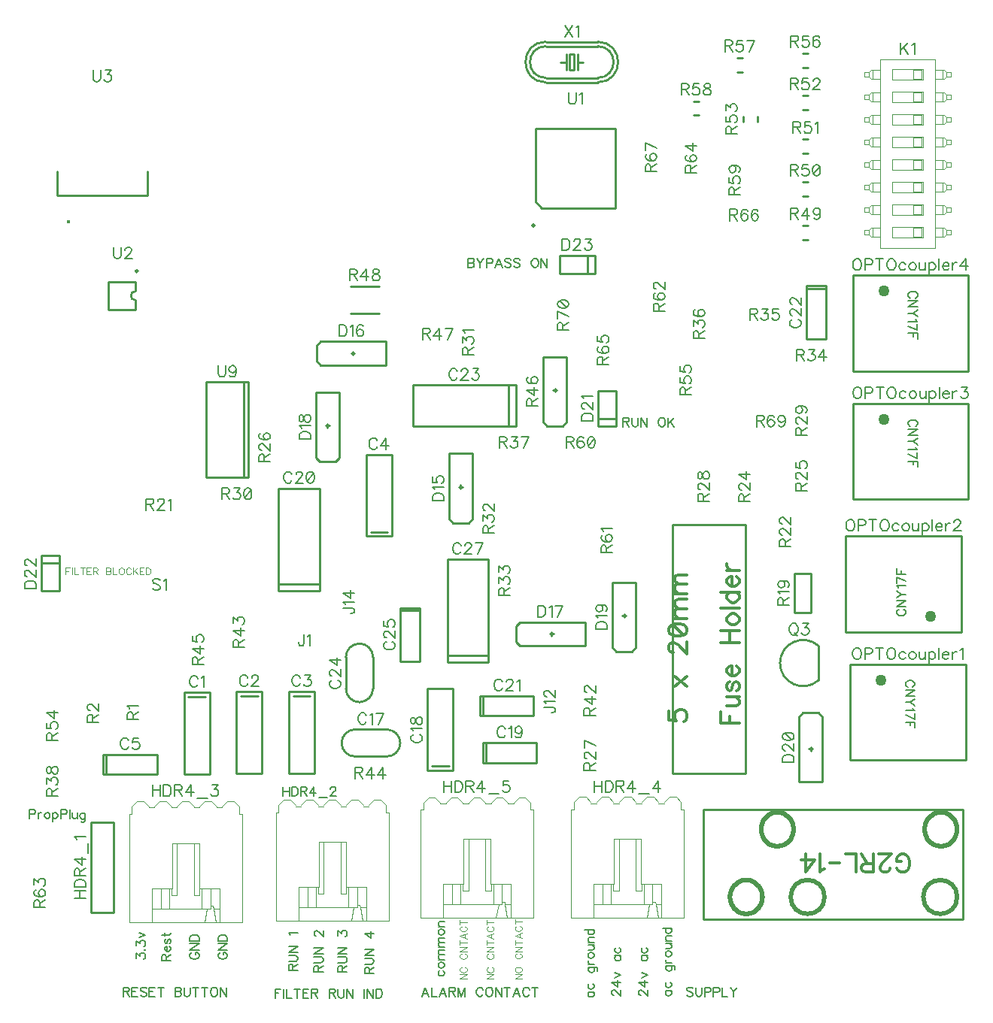
<source format=gbr>
G04 DipTrace 2.4.0.2*
%INTopSilk.gbr*%
%MOMM*%
%ADD10C,0.254*%
%ADD14C,0.5*%
%ADD15C,0.0*%
%ADD32C,1.271*%
%ADD45O,0.391X0.392*%
%ADD127C,0.196*%
%ADD128C,0.157*%
%ADD129C,0.118*%
%ADD130C,0.314*%
%FSLAX53Y53*%
G04*
G71*
G90*
G75*
G01*
%LNTopSilk*%
%LPD*%
X34929Y47015D2*
D10*
X32071D1*
Y37808D1*
X34929D1*
Y47015D1*
X34452Y46539D2*
X32548D1*
X40829Y47115D2*
X37971D1*
Y37908D1*
X40829D1*
Y47115D1*
X40352Y46639D2*
X38448D1*
X46729Y47115D2*
X43871D1*
Y37908D1*
X46729D1*
Y47115D1*
X46252Y46639D2*
X44348D1*
X52571Y64608D2*
X55429D1*
Y73815D1*
X52571D1*
Y64608D1*
X53048Y65084D2*
X54952D1*
X22984Y40023D2*
X29016D1*
Y37800D1*
X22984D1*
Y40023D1*
X23301Y39864D2*
Y37959D1*
X54876Y42835D2*
X51324D1*
X54876Y39787D2*
X51324D1*
Y42835D2*
G03X51324Y39787I-2J-1524D01*
G01*
X54876D2*
G03X54876Y42835I2J1524D01*
G01*
X59471Y38208D2*
X62329D1*
Y47415D1*
X59471D1*
Y38208D1*
X59948Y38684D2*
X61852D1*
X65684Y41323D2*
X71716D1*
Y39100D1*
X65684D1*
Y41323D1*
X66001Y41164D2*
Y39259D1*
X42698Y58417D2*
X47302D1*
Y70006D1*
X42698D1*
Y58417D1*
Y59211D2*
X47302D1*
X65384Y46623D2*
X71416D1*
Y44400D1*
X65384D1*
Y46623D1*
X65701Y46464D2*
Y44559D1*
X104311Y92828D2*
X102089D1*
Y86795D1*
X104311D1*
Y92828D1*
X104153Y92510D2*
X102247D1*
X69394Y77009D2*
X57806D1*
Y81613D1*
X69394D1*
Y77009D1*
X68601D2*
Y81613D1*
X50276Y50988D2*
Y47435D1*
X53324Y50988D2*
Y47435D1*
X50276D2*
G03X53324Y47435I1524J-2D01*
G01*
Y50988D2*
G03X50276Y50988I-1524J2D01*
G01*
X58611Y56528D2*
X56389D1*
Y50495D1*
X58611D1*
Y56528D1*
X58453Y56210D2*
X56547D1*
X61698Y50417D2*
X66302D1*
Y62006D1*
X61698D1*
Y50417D1*
Y51211D2*
X66302D1*
X64525Y66564D2*
X64074Y66111D1*
X62325D2*
X64074D1*
X64525Y73911D2*
Y66564D1*
X61875Y73911D2*
Y66564D1*
Y73911D2*
X64525D1*
X61875Y66564D2*
X62325Y66111D1*
X63001Y70160D2*
X63399D1*
X63200Y70362D2*
Y69965D1*
X47452Y83886D2*
X47000Y84337D1*
Y86086D2*
Y84337D1*
X54800Y83886D2*
X47452D1*
X54800Y86536D2*
X47452D1*
X54800D2*
Y83886D1*
X47452Y86536D2*
X47000Y86086D1*
X51048Y85410D2*
Y85013D1*
X51251Y85211D2*
X50853D1*
X69852Y52286D2*
X69400Y52737D1*
Y54486D2*
Y52737D1*
X77200Y52286D2*
X69852D1*
X77200Y54936D2*
X69852D1*
X77200D2*
Y52286D1*
X69852Y54936D2*
X69400Y54486D1*
X73448Y53810D2*
Y53413D1*
X73651Y53611D2*
X73253D1*
X49525Y73464D2*
X49075Y73011D1*
X47325D2*
X49075D1*
X49525Y80811D2*
Y73464D1*
X46875Y80811D2*
Y73464D1*
Y80811D2*
X49525D1*
X46875Y73464D2*
X47325Y73011D1*
X48001Y77060D2*
X48399D1*
X48200Y77262D2*
Y76865D1*
X82925Y52064D2*
X82474Y51611D1*
X80726D2*
X82474D1*
X82925Y59411D2*
Y52064D1*
X80275Y59411D2*
Y52064D1*
Y59411D2*
X82925D1*
X80275Y52064D2*
X80726Y51611D1*
X81401Y55660D2*
X81799D1*
X81600Y55862D2*
Y55465D1*
X101275Y44259D2*
X101726Y44711D1*
X103474D2*
X101726D1*
X101275Y36911D2*
Y44259D1*
X103925Y36911D2*
Y44259D1*
Y36911D2*
X101275D1*
X103925Y44259D2*
X103474Y44711D1*
X102799Y40663D2*
X102401D1*
X102600Y40460D2*
Y40858D1*
X78668Y77027D2*
X80732D1*
Y80996D1*
X78668D1*
Y77027D1*
X78827Y77821D2*
X80573D1*
X18032Y62396D2*
X15968D1*
Y58427D1*
X18032D1*
Y62396D1*
X17873Y61602D2*
X16127D1*
X78284Y94179D2*
X74316D1*
Y96243D1*
X78284D1*
Y94179D1*
X77491Y94338D2*
Y96085D1*
X24129Y32382D2*
X21589D1*
X24129Y22222D2*
Y32382D1*
X21589Y22222D2*
Y32382D1*
X24129Y22222D2*
X21589D1*
X28733Y34034D2*
D15*
X28098D1*
X33750Y30033D2*
X30702D1*
X34385Y21143D2*
X35655D1*
X28416D2*
X34385D1*
X25876D2*
X28416D1*
X36036D2*
X38576D1*
X35655D2*
X36036D1*
X30372Y24954D2*
Y22667D1*
X34080Y24954D2*
Y22667D1*
X38576Y21143D2*
Y33335D1*
X25876D2*
Y21143D1*
X26193Y33335D2*
X25876D1*
X26193Y34148D2*
Y33335D1*
X26778Y34732D2*
X26193Y34148D1*
X37674Y34732D2*
X36938D1*
X35134D2*
X34398D1*
X32594D2*
X31858D1*
X27514D2*
X26778D1*
X30054D2*
X29318D1*
X27514D2*
X28098Y34148D1*
X28416Y24954D2*
X29432D1*
X30702D2*
X29432D1*
X30702D2*
Y30033D1*
X33750Y24954D2*
Y30033D1*
X35020Y24954D2*
X33750D1*
X35020D2*
X36036D1*
X38576Y33335D2*
X38258D1*
Y34148D1*
X37674Y34732D1*
X36353Y34148D2*
X36938Y34732D1*
X35134D2*
X35718Y34148D1*
X33813D2*
X34398Y34732D1*
X32594D2*
X33178Y34148D1*
X31273D2*
X31858Y34732D1*
X30054D2*
X30638Y34148D1*
X28733D2*
X29318Y34732D1*
X31273Y30033D2*
Y24191D1*
X30638Y24954D2*
Y24191D1*
X31273D2*
X30638D1*
X31273Y34034D2*
X30638D1*
X33813Y24954D2*
Y24191D1*
X33178Y30033D2*
Y24191D1*
X33813D2*
X33178D1*
X33813Y34034D2*
X33178D1*
X35718D2*
X36353D1*
X36036Y24954D2*
Y22667D1*
Y21143D1*
X29432Y24954D2*
Y22667D1*
X28416Y24954D2*
Y22667D1*
X29432D1*
X35386D2*
X35337Y22944D1*
X35386Y22667D2*
X36036D1*
X35020Y24954D2*
Y22944D1*
X35337D2*
X35020D1*
Y22667D2*
Y22944D1*
X34654Y22667D2*
X35020D1*
X29432D2*
X34654D1*
X34385Y21143D1*
X35386Y22667D2*
X35655Y21143D1*
X28416Y22667D2*
Y21143D1*
X78483Y34514D2*
X77847D1*
X83499Y30513D2*
X80451D1*
X84134Y21623D2*
X85404D1*
X78165D2*
X84134D1*
X75625D2*
X78165D1*
X85785D2*
X88325D1*
X85404D2*
X85785D1*
X80121Y25433D2*
Y23146D1*
X83829Y25433D2*
Y23146D1*
X88325Y21623D2*
Y33815D1*
X75625D2*
Y21623D1*
X75942Y33815D2*
X75625D1*
X75942Y34628D2*
Y33815D1*
X76527Y35212D2*
X75942Y34628D1*
X87423Y35212D2*
X86687D1*
X84883D2*
X84147D1*
X82343D2*
X81607D1*
X77263D2*
X76527D1*
X79803D2*
X79067D1*
X77263D2*
X77847Y34628D1*
X78165Y25433D2*
X79181D1*
X80451D2*
X79181D1*
X80451D2*
Y30513D1*
X83499Y25433D2*
Y30513D1*
X84769Y25433D2*
X83499D1*
X84769D2*
X85785D1*
X88325Y33815D2*
X88008D1*
Y34628D1*
X87423Y35212D1*
X86103Y34628D2*
X86687Y35212D1*
X84883D2*
X85467Y34628D1*
X83562D2*
X84147Y35212D1*
X82343D2*
X82928Y34628D1*
X81022D2*
X81607Y35212D1*
X79803D2*
X80388Y34628D1*
X78483D2*
X79067Y35212D1*
X81022Y30513D2*
Y24671D1*
X80388Y25433D2*
Y24671D1*
X81022D2*
X80388D1*
X81022Y34514D2*
X80388D1*
X83562Y25433D2*
Y24671D1*
X82928Y30513D2*
Y24671D1*
X83562D2*
X82928D1*
X83562Y34514D2*
X82928D1*
X85467D2*
X86103D1*
X85785Y25433D2*
Y23146D1*
Y21623D1*
X79181Y25433D2*
Y23146D1*
X78165Y25433D2*
Y23146D1*
X79181D1*
X85135D2*
X85086Y23424D1*
X85135Y23146D2*
X85785D1*
X84769Y25433D2*
Y23424D1*
X85086D2*
X84769D1*
Y23146D2*
Y23424D1*
X84403Y23146D2*
X84769D1*
X79181D2*
X84403D1*
X84134Y21623D1*
X85135Y23146D2*
X85404Y21623D1*
X78165Y23146D2*
Y21623D1*
X61533Y34484D2*
X60897D1*
X66549Y30483D2*
X63501D1*
X67184Y21593D2*
X68454D1*
X61215D2*
X67184D1*
X58675D2*
X61215D1*
X68835D2*
X71375D1*
X68454D2*
X68835D1*
X63171Y25403D2*
Y23116D1*
X66879Y25403D2*
Y23116D1*
X71375Y21593D2*
Y33785D1*
X58675D2*
Y21593D1*
X58992Y33785D2*
X58675D1*
X58992Y34598D2*
Y33785D1*
X59577Y35182D2*
X58992Y34598D1*
X70473Y35182D2*
X69737D1*
X67933D2*
X67197D1*
X65393D2*
X64657D1*
X60313D2*
X59577D1*
X62853D2*
X62117D1*
X60313D2*
X60897Y34598D1*
X61215Y25403D2*
X62231D1*
X63501D2*
X62231D1*
X63501D2*
Y30483D1*
X66549Y25403D2*
Y30483D1*
X67819Y25403D2*
X66549D1*
X67819D2*
X68835D1*
X71375Y33785D2*
X71058D1*
Y34598D1*
X70473Y35182D1*
X69153Y34598D2*
X69737Y35182D1*
X67933D2*
X68517Y34598D1*
X66612D2*
X67197Y35182D1*
X65393D2*
X65978Y34598D1*
X64072D2*
X64657Y35182D1*
X62853D2*
X63438Y34598D1*
X61533D2*
X62117Y35182D1*
X64072Y30483D2*
Y24641D1*
X63438Y25403D2*
Y24641D1*
X64072D2*
X63438D1*
X64072Y34484D2*
X63438D1*
X66612Y25403D2*
Y24641D1*
X65978Y30483D2*
Y24641D1*
X66612D2*
X65978D1*
X66612Y34484D2*
X65978D1*
X68517D2*
X69153D1*
X68835Y25403D2*
Y23116D1*
Y21593D1*
X62231Y25403D2*
Y23116D1*
X61215Y25403D2*
Y23116D1*
X62231D1*
X68185D2*
X68136Y23394D1*
X68185Y23116D2*
X68835D1*
X67819Y25403D2*
Y23394D1*
X68136D2*
X67819D1*
Y23116D2*
Y23394D1*
X67453Y23116D2*
X67819D1*
X62231D2*
X67453D1*
X67184Y21593D1*
X68185Y23116D2*
X68454Y21593D1*
X61215Y23116D2*
Y21593D1*
X110400Y97081D2*
X116600D1*
X117412Y98321D2*
X116600D1*
X117594D2*
X117412D1*
X116600Y99322D2*
X117412D1*
Y98321D1*
X110400D2*
X109588D1*
Y99322D2*
X110400D1*
X109588D2*
Y98321D1*
X117412Y99322D2*
X117594D1*
X109406D2*
X109588D1*
X109406Y98321D2*
X109155Y98572D1*
X109588Y98321D2*
X109406D1*
X108600Y99071D2*
X109155D1*
X109406Y99322D1*
X117845Y98572D2*
X117594Y98321D1*
Y99322D2*
X117845Y99071D1*
X118400D1*
Y98572D2*
X117845D1*
X109155D2*
X108600D1*
Y99071D2*
Y98572D1*
X109155Y99071D2*
Y98572D1*
X117845Y99071D2*
Y98572D1*
X118400Y99071D2*
Y98572D1*
X117412Y100861D2*
X116600D1*
X117594D2*
X117412D1*
X116600Y101861D2*
X117412D1*
Y100861D1*
X110400D2*
X109588D1*
Y101861D2*
X110400D1*
X109588D2*
Y100861D1*
X117412Y101861D2*
X117594D1*
X109406D2*
X109588D1*
X109406Y100861D2*
X109155Y101112D1*
X109588Y100861D2*
X109406D1*
X108600Y101612D2*
X109155D1*
X109406Y101861D1*
X117845Y101112D2*
X117594Y100861D1*
Y101861D2*
X117845Y101612D1*
X118400D1*
Y101112D2*
X117845D1*
X109155D2*
X108600D1*
Y101612D2*
Y101112D1*
X109155Y101612D2*
Y101112D1*
X117845Y101612D2*
Y101112D1*
X118400Y101612D2*
Y101112D1*
X117412Y103402D2*
X116600D1*
X117594D2*
X117412D1*
X116600Y104401D2*
X117412D1*
Y103402D1*
X110400D2*
X109588D1*
Y104401D2*
X110400D1*
X109588D2*
Y103402D1*
X117412Y104401D2*
X117594D1*
X109406D2*
X109588D1*
X109406Y103402D2*
X109155Y103651D1*
X109588Y103402D2*
X109406D1*
X108600Y104150D2*
X109155D1*
X109406Y104401D1*
X117845Y103651D2*
X117594Y103402D1*
Y104401D2*
X117845Y104150D1*
X118400D1*
Y103651D2*
X117845D1*
X109155D2*
X108600D1*
Y104150D2*
Y103651D1*
X109155Y104150D2*
Y103651D1*
X117845Y104150D2*
Y103651D1*
X118400Y104150D2*
Y103651D1*
X117412Y105940D2*
X116600D1*
X117594D2*
X117412D1*
X116600Y106942D2*
X117412D1*
Y105940D1*
X110400D2*
X109588D1*
Y106942D2*
X110400D1*
X109588D2*
Y105940D1*
X117412Y106942D2*
X117594D1*
X109406D2*
X109588D1*
X109406Y105940D2*
X109155Y106191D1*
X109588Y105940D2*
X109406D1*
X108600Y106691D2*
X109155D1*
X109406Y106942D1*
X117845Y106191D2*
X117594Y105940D1*
Y106942D2*
X117845Y106691D1*
X118400D1*
Y106191D2*
X117845D1*
X109155D2*
X108600D1*
Y106691D2*
Y106191D1*
X109155Y106691D2*
Y106191D1*
X117845Y106691D2*
Y106191D1*
X118400Y106691D2*
Y106191D1*
X117412Y108481D2*
X116600D1*
X117594D2*
X117412D1*
X116600Y109482D2*
X117412D1*
Y108481D1*
X110400D2*
X109588D1*
Y109482D2*
X110400D1*
X109588D2*
Y108481D1*
X117412Y109482D2*
X117594D1*
X109406D2*
X109588D1*
X109406Y108481D2*
X109155Y108732D1*
X109588Y108481D2*
X109406D1*
X108600Y109231D2*
X109155D1*
X109406Y109482D1*
X117845Y108732D2*
X117594Y108481D1*
Y109482D2*
X117845Y109231D1*
X118400D1*
Y108732D2*
X117845D1*
X109155D2*
X108600D1*
Y109231D2*
Y108732D1*
X109155Y109231D2*
Y108732D1*
X117845Y109231D2*
Y108732D1*
X118400Y109231D2*
Y108732D1*
X117412Y111022D2*
X116600D1*
X117594D2*
X117412D1*
X116600Y112021D2*
X117412D1*
Y111022D1*
X110400D2*
X109588D1*
Y112021D2*
X110400D1*
X109588D2*
Y111022D1*
X117412Y112021D2*
X117594D1*
X109406D2*
X109588D1*
X109406Y111022D2*
X109155Y111272D1*
X109588Y111022D2*
X109406D1*
X108600Y111772D2*
X109155D1*
X109406Y112021D1*
X117845Y111272D2*
X117594Y111022D1*
Y112021D2*
X117845Y111772D1*
X118400D1*
Y111272D2*
X117845D1*
X109155D2*
X108600D1*
Y111772D2*
Y111272D1*
X109155Y111772D2*
Y111272D1*
X117845Y111772D2*
Y111272D1*
X118400Y111772D2*
Y111272D1*
X117412Y113562D2*
X116600D1*
X117594D2*
X117412D1*
X116600Y114561D2*
X117412D1*
Y113562D1*
X110400D2*
X109588D1*
Y114561D2*
X110400D1*
X109588D2*
Y113562D1*
X117412Y114561D2*
X117594D1*
X109406D2*
X109588D1*
X109406Y113562D2*
X109155Y113811D1*
X109588Y113562D2*
X109406D1*
X108600Y114310D2*
X109155D1*
X109406Y114561D1*
X117845Y113811D2*
X117594Y113562D1*
Y114561D2*
X117845Y114310D1*
X118400D1*
Y113811D2*
X117845D1*
X109155D2*
X108600D1*
Y114310D2*
Y113811D1*
X109155Y114310D2*
Y113811D1*
X117845Y114310D2*
Y113811D1*
X118400Y114310D2*
Y113811D1*
X117412Y116101D2*
X116600D1*
X117594D2*
X117412D1*
X116600Y117102D2*
X117412D1*
Y116101D1*
X110400D2*
X109588D1*
Y117102D2*
X110400D1*
X109588D2*
Y116101D1*
X117412Y117102D2*
X117594D1*
X109406D2*
X109588D1*
X109406Y116101D2*
X109155Y116351D1*
X109588Y116101D2*
X109406D1*
X108600Y116851D2*
X109155D1*
X109406Y117102D1*
X117845Y116351D2*
X117594Y116101D1*
Y117102D2*
X117845Y116851D1*
X118400D1*
Y116351D2*
X117845D1*
X109155D2*
X108600D1*
Y116851D2*
Y116351D1*
X109155Y116851D2*
Y116351D1*
X117845Y116851D2*
Y116351D1*
X118400Y116851D2*
Y116351D1*
X114100Y98321D2*
X115099D1*
Y99322D2*
Y98321D1*
X114100D2*
Y99322D1*
X115099D1*
X114100Y100861D2*
X115099D1*
Y101861D2*
Y100861D1*
X114100D2*
Y101861D1*
X115099D1*
X114100Y103402D2*
X115099D1*
Y104401D2*
Y103402D1*
X114100D2*
Y104401D1*
X115099D1*
X114100Y105940D2*
X115099D1*
Y106942D2*
Y105940D1*
X114100D2*
Y106942D1*
X115099D1*
X114100Y108481D2*
X115099D1*
Y109482D2*
Y108481D1*
X114100D2*
Y109482D1*
X115099D1*
X114100Y111022D2*
X115099D1*
Y112021D2*
Y111022D1*
X114100D2*
Y112021D1*
X115099D1*
X114100Y113562D2*
X115099D1*
Y114561D2*
Y113562D1*
X114100D2*
Y114561D1*
X115099D1*
X114100Y116101D2*
X115099D1*
Y117102D2*
Y116101D1*
X114100D2*
Y117102D1*
X115099D1*
X111800Y98221D2*
Y99422D1*
X115200D1*
Y98221D1*
X111800D1*
Y100761D2*
Y101961D1*
X115200D1*
Y100761D1*
X111800D1*
Y103302D2*
Y104501D1*
X115200D1*
Y103302D1*
X111800D1*
Y105840D2*
Y107042D1*
X115200D1*
Y105840D1*
X111800D1*
Y108381D2*
Y109582D1*
X115200D1*
Y108381D1*
X111800D1*
Y110922D2*
Y112121D1*
X115200D1*
Y110922D1*
X111800D1*
Y113462D2*
Y114661D1*
X115200D1*
Y113462D1*
X111800D1*
Y116001D2*
Y117202D1*
X115200D1*
Y116001D1*
X111800D1*
X110400Y97081D2*
Y118341D1*
X116600D2*
Y97081D1*
X110400Y118341D2*
X116600D1*
X120023Y50164D2*
D10*
X107006D1*
Y39369D1*
X120023D1*
Y50164D1*
D32*
X110498Y48418D3*
X106530Y53817D2*
D10*
X119548D1*
Y64612D1*
X106530D1*
Y53817D1*
D32*
X116055Y55563D3*
X120341Y79536D2*
D10*
X107323D1*
Y68741D1*
X120341D1*
Y79536D1*
D32*
X110816Y77790D3*
X120341Y93984D2*
D10*
X107323D1*
Y83189D1*
X120341D1*
Y93984D1*
D32*
X110816Y92238D3*
X103459Y52261D2*
D10*
G03X103463Y48369I-1722J-1948D01*
G01*
X103446Y48365D2*
Y52265D1*
X100746Y55985D2*
X102654D1*
Y60437D1*
X100746D1*
Y55985D1*
X75125Y77464D2*
X74674Y77011D1*
X72926D2*
X74674D1*
X75125Y84811D2*
Y77464D1*
X72475Y84811D2*
Y77464D1*
Y84811D2*
X75125D1*
X72475Y77464D2*
X72926Y77011D1*
X73601Y81060D2*
X73999D1*
X73800Y81262D2*
Y80865D1*
X50802Y92712D2*
X53998D1*
X50802Y89711D2*
X53998D1*
X102299Y99611D2*
X101701D1*
X102299Y98012D2*
X101701D1*
X102299Y104511D2*
X101701D1*
X102299Y102912D2*
X101701D1*
X102299Y109311D2*
X101701D1*
X102299Y107712D2*
X101701D1*
X102299Y114211D2*
X101701D1*
X102299Y112612D2*
X101701D1*
X96599Y111312D2*
Y111911D1*
X95001Y111312D2*
Y111911D1*
X102299Y119011D2*
X101701D1*
X102299Y117412D2*
X101701D1*
X94899Y118511D2*
X94301D1*
X94899Y116912D2*
X94301D1*
X89999Y113611D2*
X89401D1*
X89999Y112012D2*
X89401D1*
X72349Y101561D2*
X80599D1*
Y110562D1*
X71601D2*
X80599D1*
X71601Y102312D2*
Y110562D1*
X72349Y101561D2*
X71601Y102312D1*
D14*
X71351Y99561D3*
X26608Y94458D2*
D10*
G02X26608Y94458I126J0D01*
G01*
Y92204D2*
G03X26608Y91167I3J-518D01*
G01*
Y93234D2*
Y92204D1*
Y91167D2*
Y90138D1*
X23509Y93234D2*
Y90138D1*
X26608Y93234D2*
X23509D1*
X26608Y90138D2*
X23509D1*
X17759Y103028D2*
X27958D1*
X17759D2*
Y105728D1*
X27958Y103028D2*
Y105728D1*
D45*
X19083Y100010D3*
X38752Y81961D2*
D10*
Y71261D1*
X39250Y81961D2*
Y71261D1*
X34550Y81961D2*
Y71261D1*
Y81961D2*
X39250D1*
X34550Y71261D2*
X39250D1*
X72779Y115725D2*
X78621D1*
X72779Y120297D2*
X78621D1*
X72779Y116233D2*
X78621D1*
Y119789D2*
X72779D1*
X78621D2*
G02X78621Y116233I0J-1778D01*
G01*
Y120297D2*
G02X78621Y115725I0J-2286D01*
G01*
X72779Y120297D2*
G03X72779Y115725I0J-2286D01*
G01*
Y119789D2*
G03X72779Y116233I0J-1778D01*
G01*
X75446Y118900D2*
X75954D1*
Y117123D1*
X75446D1*
Y118900D1*
X76335D2*
Y118011D1*
Y117123D1*
X75065Y118900D2*
Y118011D1*
Y117123D1*
X76335Y118011D2*
X76971D1*
X75065D2*
X74429D1*
X90545Y33839D2*
X119755D1*
Y21456D1*
X90545D1*
Y33839D1*
X115261Y23968D2*
D14*
G02X115261Y23968I1905J0D01*
G01*
X97003Y31589D2*
X97008Y31722D1*
X97021Y31854D1*
X97043Y31985D1*
X97074Y32114D1*
X97113Y32241D1*
X97161Y32364D1*
X97217Y32483D1*
X97281Y32599D1*
X97352Y32709D1*
X97430Y32814D1*
X97516Y32912D1*
X97607Y33005D1*
X97705Y33090D1*
X97808Y33168D1*
X97916Y33239D1*
X98029Y33301D1*
X98145Y33355D1*
X98265Y33401D1*
X98387Y33438D1*
X98512Y33465D1*
X98638Y33484D1*
X98765Y33493D1*
X98893D1*
X99020Y33484D1*
X99146Y33465D1*
X99271Y33438D1*
X99393Y33401D1*
X99513Y33355D1*
X99629Y33301D1*
X99742Y33239D1*
X99850Y33168D1*
X99953Y33090D1*
X100051Y33005D1*
X100142Y32912D1*
X100228Y32814D1*
X100306Y32709D1*
X100377Y32599D1*
X100441Y32483D1*
X100497Y32364D1*
X100545Y32241D1*
X100584Y32114D1*
X100615Y31985D1*
X100637Y31854D1*
X100650Y31722D1*
X100655Y31589D1*
X100650Y31456D1*
X100637Y31324D1*
X100615Y31193D1*
X100584Y31064D1*
X100545Y30937D1*
X100497Y30814D1*
X100441Y30695D1*
X100377Y30579D1*
X100306Y30469D1*
X100228Y30364D1*
X100142Y30266D1*
X100051Y30173D1*
X99953Y30088D1*
X99850Y30010D1*
X99742Y29939D1*
X99629Y29877D1*
X99513Y29823D1*
X99393Y29777D1*
X99271Y29740D1*
X99146Y29713D1*
X99020Y29694D1*
X98893Y29685D1*
X98765D1*
X98638Y29694D1*
X98512Y29713D1*
X98387Y29740D1*
X98265Y29777D1*
X98145Y29823D1*
X98029Y29877D1*
X97916Y29939D1*
X97808Y30010D1*
X97705Y30088D1*
X97607Y30173D1*
X97516Y30266D1*
X97430Y30364D1*
X97352Y30469D1*
X97281Y30579D1*
X97217Y30695D1*
X97161Y30814D1*
X97113Y30937D1*
X97074Y31064D1*
X97043Y31193D1*
X97021Y31324D1*
X97008Y31456D1*
X97003Y31589D1*
X115420D2*
X115424Y31722D1*
X115438Y31854D1*
X115460Y31985D1*
X115491Y32114D1*
X115530Y32241D1*
X115578Y32364D1*
X115634Y32483D1*
X115697Y32599D1*
X115769Y32709D1*
X115847Y32814D1*
X115932Y32912D1*
X116024Y33005D1*
X116122Y33090D1*
X116225Y33168D1*
X116333Y33239D1*
X116445Y33301D1*
X116562Y33355D1*
X116682Y33401D1*
X116804Y33438D1*
X116929Y33465D1*
X117055Y33484D1*
X117182Y33493D1*
X117310D1*
X117437Y33484D1*
X117563Y33465D1*
X117688Y33438D1*
X117810Y33401D1*
X117930Y33355D1*
X118046Y33301D1*
X118159Y33239D1*
X118267Y33168D1*
X118370Y33090D1*
X118468Y33005D1*
X118559Y32912D1*
X118645Y32814D1*
X118723Y32709D1*
X118794Y32599D1*
X118858Y32483D1*
X118914Y32364D1*
X118962Y32241D1*
X119001Y32114D1*
X119032Y31985D1*
X119054Y31854D1*
X119067Y31722D1*
X119072Y31589D1*
X119067Y31456D1*
X119054Y31324D1*
X119032Y31193D1*
X119001Y31064D1*
X118962Y30937D1*
X118914Y30814D1*
X118858Y30695D1*
X118794Y30579D1*
X118723Y30469D1*
X118645Y30364D1*
X118559Y30266D1*
X118468Y30173D1*
X118370Y30088D1*
X118267Y30010D1*
X118159Y29939D1*
X118046Y29877D1*
X117930Y29823D1*
X117810Y29777D1*
X117688Y29740D1*
X117563Y29713D1*
X117437Y29694D1*
X117310Y29685D1*
X117182D1*
X117055Y29694D1*
X116929Y29713D1*
X116804Y29740D1*
X116682Y29777D1*
X116562Y29823D1*
X116445Y29877D1*
X116333Y29939D1*
X116225Y30010D1*
X116122Y30088D1*
X116024Y30173D1*
X115932Y30266D1*
X115847Y30364D1*
X115769Y30469D1*
X115697Y30579D1*
X115634Y30695D1*
X115578Y30814D1*
X115530Y30937D1*
X115491Y31064D1*
X115460Y31193D1*
X115438Y31324D1*
X115424Y31456D1*
X115420Y31589D1*
X100337Y23968D2*
G02X100337Y23968I1905J0D01*
G01*
X93510D2*
X93515Y24101D1*
X93528Y24233D1*
X93550Y24364D1*
X93581Y24493D1*
X93620Y24620D1*
X93668Y24743D1*
X93724Y24863D1*
X93788Y24978D1*
X93859Y25088D1*
X93937Y25193D1*
X94023Y25292D1*
X94114Y25384D1*
X94212Y25470D1*
X94315Y25548D1*
X94423Y25618D1*
X94536Y25681D1*
X94652Y25735D1*
X94772Y25780D1*
X94894Y25817D1*
X95019Y25844D1*
X95145Y25863D1*
X95272Y25872D1*
X95400D1*
X95527Y25863D1*
X95653Y25844D1*
X95778Y25817D1*
X95900Y25780D1*
X96020Y25735D1*
X96136Y25681D1*
X96249Y25618D1*
X96357Y25548D1*
X96460Y25470D1*
X96558Y25384D1*
X96649Y25292D1*
X96735Y25193D1*
X96813Y25088D1*
X96884Y24978D1*
X96948Y24863D1*
X97004Y24743D1*
X97052Y24620D1*
X97091Y24493D1*
X97122Y24364D1*
X97144Y24233D1*
X97157Y24101D1*
X97162Y23968D1*
X97157Y23835D1*
X97144Y23703D1*
X97122Y23572D1*
X97091Y23443D1*
X97052Y23317D1*
X97004Y23193D1*
X96948Y23074D1*
X96884Y22959D1*
X96813Y22848D1*
X96735Y22744D1*
X96649Y22645D1*
X96558Y22552D1*
X96460Y22467D1*
X96357Y22389D1*
X96249Y22318D1*
X96136Y22256D1*
X96020Y22202D1*
X95900Y22156D1*
X95778Y22120D1*
X95653Y22092D1*
X95527Y22073D1*
X95400Y22064D1*
X95272D1*
X95145Y22073D1*
X95019Y22092D1*
X94894Y22120D1*
X94772Y22156D1*
X94652Y22202D1*
X94536Y22256D1*
X94423Y22318D1*
X94315Y22389D1*
X94212Y22467D1*
X94114Y22552D1*
X94023Y22645D1*
X93937Y22744D1*
X93859Y22848D1*
X93788Y22959D1*
X93724Y23074D1*
X93668Y23193D1*
X93620Y23317D1*
X93581Y23443D1*
X93550Y23572D1*
X93528Y23703D1*
X93515Y23835D1*
X93510Y23968D1*
X45243Y34194D2*
D15*
X44607D1*
X50259Y30193D2*
X47211D1*
X50894Y21303D2*
X52164D1*
X44925D2*
X50894D1*
X42385D2*
X44925D1*
X52545D2*
X55085D1*
X52164D2*
X52545D1*
X46881Y25113D2*
Y22826D1*
X50589Y25113D2*
Y22826D1*
X55085Y21303D2*
Y33495D1*
X42385D2*
Y21303D1*
X42703Y33495D2*
X42385D1*
X42703Y34308D2*
Y33495D1*
X43287Y34892D2*
X42703Y34308D1*
X54183Y34892D2*
X53447D1*
X51643D2*
X50907D1*
X49103D2*
X48367D1*
X44023D2*
X43287D1*
X46563D2*
X45827D1*
X44023D2*
X44607Y34308D1*
X44925Y25113D2*
X45941D1*
X47211D2*
X45941D1*
X47211D2*
Y30193D1*
X50259Y25113D2*
Y30193D1*
X51529Y25113D2*
X50259D1*
X51529D2*
X52545D1*
X55085Y33495D2*
X54768D1*
Y34308D1*
X54183Y34892D1*
X52863Y34308D2*
X53447Y34892D1*
X51643D2*
X52227Y34308D1*
X50322D2*
X50907Y34892D1*
X49103D2*
X49688Y34308D1*
X47782D2*
X48367Y34892D1*
X46563D2*
X47148Y34308D1*
X45243D2*
X45827Y34892D1*
X47782Y30193D2*
Y24351D1*
X47148Y25113D2*
Y24351D1*
X47782D2*
X47148D1*
X47782Y34194D2*
X47148D1*
X50322Y25113D2*
Y24351D1*
X49688Y30193D2*
Y24351D1*
X50322D2*
X49688D1*
X50322Y34194D2*
X49688D1*
X52227D2*
X52863D1*
X52545Y25113D2*
Y22826D1*
Y21303D1*
X45941Y25113D2*
Y22826D1*
X44925Y25113D2*
Y22826D1*
X45941D1*
X51895D2*
X51846Y23104D1*
X51895Y22826D2*
X52545D1*
X51529Y25113D2*
Y23104D1*
X51846D2*
X51529D1*
Y22826D2*
Y23104D1*
X51163Y22826D2*
X51529D1*
X45941D2*
X51163D1*
X50894Y21303D1*
X51895Y22826D2*
X52164Y21303D1*
X44925Y22826D2*
Y21303D1*
X87001Y65883D2*
D10*
X95257D1*
Y37861D1*
X87001D1*
Y65883D1*
X33607Y48572D2*
D127*
X33547Y48692D1*
X33425Y48815D1*
X33304Y48875D1*
X33061D1*
X32939Y48815D1*
X32818Y48692D1*
X32756Y48572D1*
X32696Y48389D1*
Y48085D1*
X32756Y47904D1*
X32818Y47781D1*
X32939Y47661D1*
X33061Y47599D1*
X33304D1*
X33425Y47661D1*
X33547Y47781D1*
X33607Y47904D1*
X33999Y48631D2*
X34121Y48692D1*
X34304Y48874D1*
Y47599D1*
X39234Y48672D2*
X39174Y48792D1*
X39052Y48915D1*
X38931Y48975D1*
X38688D1*
X38566Y48915D1*
X38445Y48792D1*
X38383Y48672D1*
X38323Y48489D1*
Y48185D1*
X38383Y48004D1*
X38445Y47881D1*
X38566Y47761D1*
X38688Y47699D1*
X38931D1*
X39052Y47761D1*
X39174Y47881D1*
X39234Y48004D1*
X39688Y48670D2*
Y48731D1*
X39748Y48853D1*
X39809Y48913D1*
X39931Y48974D1*
X40174D1*
X40294Y48913D1*
X40355Y48853D1*
X40417Y48731D1*
Y48610D1*
X40355Y48488D1*
X40234Y48307D1*
X39626Y47699D1*
X40477D1*
X45134Y48672D2*
X45074Y48792D1*
X44952Y48915D1*
X44831Y48975D1*
X44588D1*
X44466Y48915D1*
X44345Y48792D1*
X44283Y48672D1*
X44223Y48489D1*
Y48185D1*
X44283Y48004D1*
X44345Y47881D1*
X44466Y47761D1*
X44588Y47699D1*
X44831D1*
X44952Y47761D1*
X45074Y47881D1*
X45134Y48004D1*
X45648Y48974D2*
X46315D1*
X45952Y48488D1*
X46134D1*
X46255Y48427D1*
X46315Y48367D1*
X46377Y48185D1*
Y48064D1*
X46315Y47881D1*
X46194Y47759D1*
X46012Y47699D1*
X45829D1*
X45648Y47759D1*
X45588Y47821D1*
X45526Y47942D1*
X53804Y75372D2*
X53744Y75492D1*
X53621Y75615D1*
X53501Y75675D1*
X53258D1*
X53136Y75615D1*
X53015Y75492D1*
X52953Y75372D1*
X52893Y75189D1*
Y74885D1*
X52953Y74704D1*
X53015Y74581D1*
X53136Y74461D1*
X53258Y74399D1*
X53501D1*
X53621Y74461D1*
X53744Y74581D1*
X53804Y74704D1*
X54804Y74399D2*
Y75674D1*
X54196Y74824D1*
X55107D1*
X25834Y41579D2*
X25774Y41700D1*
X25652Y41822D1*
X25531Y41882D1*
X25288D1*
X25166Y41822D1*
X25045Y41700D1*
X24983Y41579D1*
X24923Y41397D1*
Y41092D1*
X24983Y40911D1*
X25045Y40789D1*
X25166Y40668D1*
X25288Y40606D1*
X25531D1*
X25652Y40668D1*
X25774Y40789D1*
X25834Y40911D1*
X26955Y41881D2*
X26348D1*
X26288Y41335D1*
X26348Y41395D1*
X26531Y41457D1*
X26712D1*
X26894Y41395D1*
X27017Y41275D1*
X27077Y41092D1*
Y40971D1*
X27017Y40789D1*
X26894Y40667D1*
X26712Y40606D1*
X26531D1*
X26348Y40667D1*
X26288Y40729D1*
X26226Y40849D1*
X52586Y44392D2*
X52525Y44513D1*
X52403Y44635D1*
X52282Y44695D1*
X52040D1*
X51917Y44635D1*
X51797Y44513D1*
X51735Y44392D1*
X51675Y44210D1*
Y43905D1*
X51735Y43724D1*
X51797Y43602D1*
X51917Y43481D1*
X52040Y43419D1*
X52282D1*
X52403Y43481D1*
X52525Y43602D1*
X52586Y43724D1*
X52978Y44451D2*
X53100Y44513D1*
X53283Y44694D1*
Y43419D1*
X53918D2*
X54525Y44694D1*
X53675D1*
X57915Y42298D2*
X57794Y42237D1*
X57672Y42115D1*
X57611Y41995D1*
Y41752D1*
X57672Y41630D1*
X57794Y41509D1*
X57915Y41447D1*
X58097Y41387D1*
X58402D1*
X58583Y41447D1*
X58705Y41509D1*
X58826Y41630D1*
X58887Y41752D1*
Y41995D1*
X58826Y42115D1*
X58705Y42237D1*
X58583Y42298D1*
X57856Y42690D2*
X57794Y42812D1*
X57613Y42995D1*
X58887D1*
X57613Y43690D2*
X57673Y43509D1*
X57794Y43447D1*
X57916D1*
X58037Y43509D1*
X58099Y43630D1*
X58159Y43872D1*
X58219Y44055D1*
X58341Y44176D1*
X58462Y44236D1*
X58645D1*
X58765Y44176D1*
X58827Y44115D1*
X58887Y43933D1*
Y43690D1*
X58827Y43509D1*
X58765Y43447D1*
X58645Y43387D1*
X58462D1*
X58341Y43447D1*
X58219Y43569D1*
X58159Y43750D1*
X58099Y43993D1*
X58037Y44115D1*
X57916Y44176D1*
X57794D1*
X57673Y44115D1*
X57613Y43933D1*
Y43690D1*
X68216Y42879D2*
X68156Y43000D1*
X68033Y43122D1*
X67913Y43182D1*
X67670D1*
X67548Y43122D1*
X67427Y43000D1*
X67365Y42879D1*
X67305Y42697D1*
Y42392D1*
X67365Y42211D1*
X67427Y42089D1*
X67548Y41968D1*
X67670Y41906D1*
X67913D1*
X68033Y41968D1*
X68156Y42089D1*
X68216Y42211D1*
X68608Y42938D2*
X68730Y43000D1*
X68913Y43181D1*
Y41906D1*
X70095Y42757D2*
X70033Y42575D1*
X69913Y42452D1*
X69730Y42392D1*
X69670D1*
X69487Y42452D1*
X69367Y42575D1*
X69305Y42757D1*
Y42817D1*
X69367Y43000D1*
X69487Y43121D1*
X69670Y43181D1*
X69730D1*
X69913Y43121D1*
X70033Y43000D1*
X70095Y42757D1*
Y42452D1*
X70033Y42149D1*
X69913Y41967D1*
X69730Y41906D1*
X69609D1*
X69427Y41967D1*
X69367Y42089D1*
X44213Y71562D2*
X44152Y71683D1*
X44030Y71805D1*
X43909Y71866D1*
X43667D1*
X43544Y71805D1*
X43424Y71683D1*
X43362Y71562D1*
X43302Y71380D1*
Y71075D1*
X43362Y70894D1*
X43424Y70772D1*
X43544Y70651D1*
X43667Y70590D1*
X43909D1*
X44030Y70651D1*
X44152Y70772D1*
X44213Y70894D1*
X44667Y71561D2*
Y71621D1*
X44727Y71743D1*
X44787Y71804D1*
X44909Y71864D1*
X45152D1*
X45273Y71804D1*
X45333Y71743D1*
X45395Y71621D1*
Y71501D1*
X45333Y71378D1*
X45213Y71197D1*
X44605Y70590D1*
X45456D1*
X46213Y71864D2*
X46030Y71804D1*
X45908Y71621D1*
X45848Y71318D1*
Y71136D1*
X45908Y70832D1*
X46030Y70650D1*
X46213Y70590D1*
X46333D1*
X46516Y70650D1*
X46637Y70832D1*
X46698Y71136D1*
Y71318D1*
X46637Y71621D1*
X46516Y71804D1*
X46333Y71864D1*
X46213D1*
X46637Y71621D2*
X45908Y70832D1*
X67886Y48179D2*
X67825Y48300D1*
X67703Y48422D1*
X67582Y48482D1*
X67340D1*
X67217Y48422D1*
X67097Y48300D1*
X67035Y48179D1*
X66975Y47997D1*
Y47692D1*
X67035Y47511D1*
X67097Y47389D1*
X67217Y47268D1*
X67340Y47206D1*
X67582D1*
X67703Y47268D1*
X67825Y47389D1*
X67886Y47511D1*
X68340Y48178D2*
Y48238D1*
X68400Y48360D1*
X68460Y48421D1*
X68583Y48481D1*
X68825D1*
X68946Y48421D1*
X69006Y48360D1*
X69068Y48238D1*
Y48117D1*
X69006Y47995D1*
X68886Y47814D1*
X68278Y47206D1*
X69129D1*
X69521Y48238D2*
X69643Y48300D1*
X69825Y48481D1*
Y47206D1*
X100532Y89024D2*
X100411Y88964D1*
X100289Y88842D1*
X100229Y88721D1*
Y88478D1*
X100289Y88356D1*
X100411Y88235D1*
X100532Y88173D1*
X100715Y88113D1*
X101019D1*
X101200Y88173D1*
X101322Y88235D1*
X101443Y88356D1*
X101505Y88478D1*
Y88721D1*
X101443Y88842D1*
X101322Y88964D1*
X101200Y89024D1*
X100534Y89478D2*
X100473D1*
X100351Y89538D1*
X100291Y89599D1*
X100230Y89721D1*
Y89964D1*
X100291Y90084D1*
X100351Y90145D1*
X100473Y90207D1*
X100594D1*
X100716Y90145D1*
X100897Y90024D1*
X101505Y89416D1*
Y90267D1*
X100534Y90721D2*
X100473D1*
X100351Y90781D1*
X100291Y90842D1*
X100230Y90964D1*
Y91207D1*
X100291Y91327D1*
X100351Y91388D1*
X100473Y91449D1*
X100594D1*
X100716Y91388D1*
X100897Y91267D1*
X101505Y90659D1*
Y91510D1*
X62813Y83170D2*
X62752Y83291D1*
X62630Y83413D1*
X62509Y83473D1*
X62267D1*
X62144Y83413D1*
X62024Y83291D1*
X61962Y83170D1*
X61902Y82987D1*
Y82683D1*
X61962Y82502D1*
X62024Y82380D1*
X62144Y82259D1*
X62267Y82197D1*
X62509D1*
X62630Y82259D1*
X62752Y82380D1*
X62813Y82502D1*
X63267Y83168D2*
Y83229D1*
X63327Y83351D1*
X63387Y83411D1*
X63509Y83472D1*
X63752D1*
X63873Y83411D1*
X63933Y83351D1*
X63995Y83229D1*
Y83108D1*
X63933Y82986D1*
X63813Y82805D1*
X63205Y82197D1*
X64056D1*
X64570Y83472D2*
X65237D1*
X64873Y82986D1*
X65056D1*
X65176Y82926D1*
X65237Y82865D1*
X65298Y82683D1*
Y82562D1*
X65237Y82380D1*
X65116Y82257D1*
X64933Y82197D1*
X64751D1*
X64570Y82257D1*
X64509Y82319D1*
X64448Y82440D1*
X48719Y48394D2*
X48599Y48333D1*
X48476Y48211D1*
X48416Y48091D1*
Y47848D1*
X48476Y47726D1*
X48599Y47605D1*
X48719Y47543D1*
X48902Y47483D1*
X49206D1*
X49388Y47543D1*
X49510Y47605D1*
X49630Y47726D1*
X49692Y47848D1*
Y48091D1*
X49630Y48211D1*
X49510Y48333D1*
X49388Y48394D1*
X48721Y48848D2*
X48660D1*
X48538Y48908D1*
X48478Y48969D1*
X48418Y49091D1*
Y49334D1*
X48478Y49454D1*
X48538Y49515D1*
X48660Y49576D1*
X48781D1*
X48903Y49515D1*
X49084Y49394D1*
X49692Y48786D1*
Y49637D1*
Y50637D2*
X48418D1*
X49267Y50029D1*
Y50940D1*
X54832Y52724D2*
X54711Y52664D1*
X54589Y52542D1*
X54529Y52421D1*
Y52178D1*
X54589Y52056D1*
X54711Y51935D1*
X54832Y51873D1*
X55015Y51813D1*
X55319D1*
X55500Y51873D1*
X55622Y51935D1*
X55743Y52056D1*
X55805Y52178D1*
Y52421D1*
X55743Y52542D1*
X55622Y52664D1*
X55500Y52724D1*
X54834Y53178D2*
X54773D1*
X54651Y53238D1*
X54591Y53299D1*
X54530Y53421D1*
Y53664D1*
X54591Y53784D1*
X54651Y53845D1*
X54773Y53907D1*
X54894D1*
X55016Y53845D1*
X55197Y53724D1*
X55805Y53116D1*
Y53967D1*
X54530Y55088D2*
Y54481D1*
X55076Y54421D1*
X55016Y54481D1*
X54954Y54664D1*
Y54845D1*
X55016Y55027D1*
X55137Y55149D1*
X55319Y55210D1*
X55440D1*
X55622Y55149D1*
X55745Y55027D1*
X55805Y54845D1*
Y54664D1*
X55745Y54481D1*
X55683Y54421D1*
X55562Y54359D1*
X63213Y63562D2*
X63152Y63683D1*
X63030Y63805D1*
X62909Y63866D1*
X62667D1*
X62544Y63805D1*
X62424Y63683D1*
X62362Y63562D1*
X62302Y63380D1*
Y63075D1*
X62362Y62894D1*
X62424Y62772D1*
X62544Y62651D1*
X62667Y62590D1*
X62909D1*
X63030Y62651D1*
X63152Y62772D1*
X63213Y62894D1*
X63667Y63561D2*
Y63621D1*
X63727Y63743D1*
X63787Y63804D1*
X63909Y63864D1*
X64152D1*
X64273Y63804D1*
X64333Y63743D1*
X64395Y63621D1*
Y63501D1*
X64333Y63378D1*
X64213Y63197D1*
X63605Y62590D1*
X64456D1*
X65091D2*
X65698Y63864D1*
X64848D1*
X60015Y68616D2*
X61291D1*
Y69042D1*
X61229Y69224D1*
X61109Y69346D1*
X60987Y69407D1*
X60806Y69467D1*
X60501D1*
X60318Y69407D1*
X60198Y69346D1*
X60076Y69224D1*
X60015Y69042D1*
Y68616D1*
X60259Y69859D2*
X60198Y69981D1*
X60017Y70164D1*
X61291D1*
X60017Y71284D2*
Y70678D1*
X60563Y70618D1*
X60502Y70678D1*
X60441Y70860D1*
Y71042D1*
X60502Y71224D1*
X60623Y71346D1*
X60806Y71407D1*
X60926D1*
X61109Y71346D1*
X61231Y71224D1*
X61291Y71042D1*
Y70860D1*
X61231Y70678D1*
X61169Y70618D1*
X61048Y70556D1*
X49536Y88396D2*
Y87120D1*
X49961D1*
X50144Y87182D1*
X50266Y87303D1*
X50326Y87425D1*
X50386Y87606D1*
Y87911D1*
X50326Y88093D1*
X50266Y88214D1*
X50144Y88336D1*
X49961Y88396D1*
X49536D1*
X50779Y88152D2*
X50901Y88214D1*
X51083Y88395D1*
Y87120D1*
X52204Y88214D2*
X52144Y88334D1*
X51961Y88395D1*
X51840D1*
X51658Y88334D1*
X51536Y88152D1*
X51475Y87849D1*
Y87546D1*
X51536Y87303D1*
X51658Y87181D1*
X51840Y87120D1*
X51901D1*
X52082Y87181D1*
X52204Y87303D1*
X52264Y87485D1*
Y87546D1*
X52204Y87728D1*
X52082Y87849D1*
X51901Y87909D1*
X51840D1*
X51658Y87849D1*
X51536Y87728D1*
X51475Y87546D1*
X71905Y56796D2*
Y55520D1*
X72330D1*
X72513Y55582D1*
X72635Y55703D1*
X72695Y55825D1*
X72756Y56006D1*
Y56311D1*
X72695Y56493D1*
X72635Y56614D1*
X72513Y56736D1*
X72330Y56796D1*
X71905D1*
X73148Y56552D2*
X73270Y56614D1*
X73452Y56795D1*
Y55520D1*
X74087D2*
X74695Y56795D1*
X73844D1*
X45015Y75517D2*
X46291D1*
Y75942D1*
X46229Y76125D1*
X46109Y76247D1*
X45987Y76307D1*
X45806Y76368D1*
X45501D1*
X45318Y76307D1*
X45198Y76247D1*
X45076Y76125D1*
X45015Y75942D1*
Y75517D1*
X45259Y76760D2*
X45198Y76882D1*
X45017Y77064D1*
X46291D1*
X45017Y77760D2*
X45077Y77579D1*
X45198Y77517D1*
X45320D1*
X45441Y77579D1*
X45502Y77699D1*
X45563Y77942D1*
X45623Y78125D1*
X45745Y78246D1*
X45866Y78306D1*
X46048D1*
X46169Y78246D1*
X46231Y78185D1*
X46291Y78003D1*
Y77760D1*
X46231Y77579D1*
X46169Y77517D1*
X46048Y77457D1*
X45866D1*
X45745Y77517D1*
X45623Y77639D1*
X45563Y77820D1*
X45502Y78063D1*
X45441Y78185D1*
X45320Y78246D1*
X45198D1*
X45077Y78185D1*
X45017Y78003D1*
Y77760D1*
X78415Y54146D2*
X79691D1*
Y54572D1*
X79629Y54754D1*
X79509Y54876D1*
X79387Y54937D1*
X79206Y54997D1*
X78901D1*
X78718Y54937D1*
X78598Y54876D1*
X78476Y54754D1*
X78415Y54572D1*
Y54146D1*
X78659Y55389D2*
X78598Y55511D1*
X78417Y55694D1*
X79691D1*
X78841Y56876D2*
X79023Y56815D1*
X79145Y56694D1*
X79206Y56511D1*
Y56451D1*
X79145Y56269D1*
X79023Y56148D1*
X78841Y56086D1*
X78780D1*
X78598Y56148D1*
X78477Y56269D1*
X78417Y56451D1*
Y56511D1*
X78477Y56694D1*
X78598Y56815D1*
X78841Y56876D1*
X79145D1*
X79448Y56815D1*
X79631Y56694D1*
X79691Y56511D1*
Y56391D1*
X79631Y56208D1*
X79509Y56148D1*
X99415Y39143D2*
X100691D1*
Y39568D1*
X100629Y39751D1*
X100509Y39873D1*
X100387Y39933D1*
X100206Y39994D1*
X99901D1*
X99718Y39933D1*
X99598Y39873D1*
X99476Y39751D1*
X99415Y39568D1*
Y39143D1*
X99720Y40448D2*
X99659D1*
X99537Y40508D1*
X99477Y40569D1*
X99417Y40691D1*
Y40934D1*
X99477Y41054D1*
X99537Y41115D1*
X99659Y41176D1*
X99780D1*
X99902Y41115D1*
X100083Y40994D1*
X100691Y40386D1*
Y41237D1*
X99417Y41994D2*
X99477Y41811D1*
X99659Y41689D1*
X99963Y41629D1*
X100145D1*
X100448Y41689D1*
X100631Y41811D1*
X100691Y41994D1*
Y42115D1*
X100631Y42297D1*
X100448Y42418D1*
X100145Y42480D1*
X99963D1*
X99659Y42418D1*
X99477Y42297D1*
X99417Y42115D1*
Y41994D1*
X99659Y42418D2*
X100448Y41689D1*
X76808Y77616D2*
X78084D1*
Y78042D1*
X78023Y78224D1*
X77902Y78346D1*
X77780Y78407D1*
X77599Y78467D1*
X77294D1*
X77111Y78407D1*
X76991Y78346D1*
X76869Y78224D1*
X76808Y78042D1*
Y77616D1*
X77113Y78921D2*
X77053D1*
X76930Y78981D1*
X76870Y79042D1*
X76810Y79164D1*
Y79407D1*
X76870Y79527D1*
X76930Y79588D1*
X77053Y79649D1*
X77173D1*
X77295Y79588D1*
X77476Y79467D1*
X78084Y78859D1*
Y79710D1*
X77053Y80102D2*
X76991Y80224D1*
X76810Y80407D1*
X78084D1*
X14108Y58743D2*
X15384D1*
Y59168D1*
X15323Y59351D1*
X15202Y59473D1*
X15080Y59533D1*
X14899Y59594D1*
X14594D1*
X14411Y59533D1*
X14291Y59473D1*
X14169Y59351D1*
X14108Y59168D1*
Y58743D1*
X14413Y60048D2*
X14353D1*
X14230Y60108D1*
X14170Y60169D1*
X14110Y60291D1*
Y60534D1*
X14170Y60654D1*
X14230Y60715D1*
X14353Y60776D1*
X14473D1*
X14595Y60715D1*
X14776Y60594D1*
X15384Y59986D1*
Y60837D1*
X14413Y61291D2*
X14353D1*
X14230Y61351D1*
X14170Y61411D1*
X14110Y61534D1*
Y61776D1*
X14170Y61897D1*
X14230Y61957D1*
X14353Y62019D1*
X14473D1*
X14595Y61957D1*
X14776Y61837D1*
X15384Y61229D1*
Y62080D1*
X74632Y98103D2*
Y96827D1*
X75057D1*
X75240Y96889D1*
X75362Y97010D1*
X75422Y97132D1*
X75482Y97313D1*
Y97617D1*
X75422Y97800D1*
X75362Y97921D1*
X75240Y98043D1*
X75057Y98103D1*
X74632D1*
X75936Y97798D2*
Y97859D1*
X75997Y97981D1*
X76057Y98041D1*
X76179Y98102D1*
X76422D1*
X76543Y98041D1*
X76603Y97981D1*
X76665Y97859D1*
Y97738D1*
X76603Y97616D1*
X76483Y97435D1*
X75875Y96827D1*
X76725D1*
X77240Y98102D2*
X77906D1*
X77543Y97616D1*
X77725D1*
X77846Y97556D1*
X77906Y97495D1*
X77968Y97313D1*
Y97192D1*
X77906Y97010D1*
X77786Y96887D1*
X77603Y96827D1*
X77421D1*
X77240Y96887D1*
X77179Y96949D1*
X77118Y97070D1*
X19729Y23861D2*
X21005D1*
X19729Y24711D2*
X21005D1*
X20337Y23861D2*
Y24711D1*
X19729Y25103D2*
X21005D1*
Y25529D1*
X20944Y25711D1*
X20823Y25833D1*
X20701Y25894D1*
X20520Y25954D1*
X20215D1*
X20032Y25894D1*
X19912Y25833D1*
X19790Y25711D1*
X19729Y25529D1*
Y25103D1*
X20337Y26346D2*
Y26892D1*
X20275Y27075D1*
X20215Y27137D1*
X20094Y27197D1*
X19972D1*
X19851Y27137D1*
X19790Y27075D1*
X19729Y26892D1*
Y26346D1*
X21005D1*
X20337Y26772D2*
X21005Y27197D1*
Y28197D2*
X19731D1*
X20580Y27589D1*
Y28500D1*
X21216Y28892D2*
Y30046D1*
X19973Y30439D2*
X19912Y30561D1*
X19731Y30743D1*
X21005D1*
X28512Y36592D2*
Y35316D1*
X29362Y36592D2*
Y35316D1*
X28512Y35984D2*
X29362D1*
X29754Y36592D2*
Y35316D1*
X30180D1*
X30362Y35378D1*
X30484Y35499D1*
X30545Y35621D1*
X30605Y35802D1*
Y36107D1*
X30545Y36289D1*
X30484Y36410D1*
X30362Y36532D1*
X30180Y36592D1*
X29754D1*
X30997Y35984D2*
X31543D1*
X31726Y36046D1*
X31788Y36107D1*
X31848Y36227D1*
Y36349D1*
X31788Y36470D1*
X31726Y36532D1*
X31543Y36592D1*
X30997D1*
Y35316D1*
X31423Y35984D2*
X31848Y35316D1*
X32848D2*
Y36591D1*
X32240Y35742D1*
X33151D1*
X33543Y35106D2*
X34697D1*
X35212Y36591D2*
X35879D1*
X35515Y36105D1*
X35697D1*
X35818Y36045D1*
X35879Y35984D1*
X35940Y35802D1*
Y35681D1*
X35879Y35499D1*
X35758Y35377D1*
X35575Y35316D1*
X35393D1*
X35212Y35377D1*
X35151Y35438D1*
X35090Y35559D1*
X78230Y37072D2*
Y35796D1*
X79081Y37072D2*
Y35796D1*
X78230Y36464D2*
X79081D1*
X79473Y37072D2*
Y35796D1*
X79899D1*
X80081Y35858D1*
X80203Y35978D1*
X80264Y36100D1*
X80324Y36282D1*
Y36586D1*
X80264Y36769D1*
X80203Y36889D1*
X80081Y37012D1*
X79899Y37072D1*
X79473D1*
X80716Y36464D2*
X81262D1*
X81445Y36526D1*
X81507Y36586D1*
X81567Y36707D1*
Y36829D1*
X81507Y36950D1*
X81445Y37012D1*
X81262Y37072D1*
X80716D1*
Y35796D1*
X81142Y36464D2*
X81567Y35796D1*
X82567D2*
Y37070D1*
X81959Y36221D1*
X82870D1*
X83262Y35585D2*
X84416D1*
X85416Y35796D2*
Y37070D1*
X84808Y36221D1*
X85720D1*
X61311Y37042D2*
Y35766D1*
X62161Y37042D2*
Y35766D1*
X61311Y36434D2*
X62161D1*
X62554Y37042D2*
Y35766D1*
X62979D1*
X63161Y35828D1*
X63284Y35948D1*
X63344Y36070D1*
X63404Y36252D1*
Y36556D1*
X63344Y36739D1*
X63284Y36859D1*
X63161Y36982D1*
X62979Y37042D1*
X62554D1*
X63796Y36434D2*
X64342D1*
X64525Y36496D1*
X64587Y36556D1*
X64647Y36677D1*
Y36799D1*
X64587Y36920D1*
X64525Y36982D1*
X64342Y37042D1*
X63796D1*
Y35766D1*
X64222Y36434D2*
X64647Y35766D1*
X65647D2*
Y37040D1*
X65039Y36191D1*
X65950D1*
X66343Y35555D2*
X67496D1*
X68617Y37040D2*
X68011D1*
X67950Y36494D1*
X68011Y36555D1*
X68193Y36617D1*
X68374D1*
X68557Y36555D1*
X68679Y36434D1*
X68739Y36252D1*
Y36131D1*
X68679Y35948D1*
X68557Y35826D1*
X68374Y35766D1*
X68193D1*
X68011Y35826D1*
X67950Y35888D1*
X67889Y36009D1*
X45556Y53521D2*
Y52550D1*
X45495Y52367D1*
X45433Y52307D1*
X45313Y52245D1*
X45191D1*
X45070Y52307D1*
X45009Y52367D1*
X44948Y52550D1*
Y52671D1*
X45948Y53277D2*
X46070Y53339D1*
X46252Y53520D1*
Y52245D1*
X72590Y45345D2*
X73562D1*
X73744Y45285D1*
X73804Y45223D1*
X73866Y45103D1*
Y44980D1*
X73804Y44860D1*
X73744Y44799D1*
X73562Y44738D1*
X73441D1*
X72834Y45738D2*
X72773Y45860D1*
X72592Y46042D1*
X73866D1*
X72895Y46496D2*
X72834D1*
X72712Y46557D1*
X72652Y46617D1*
X72592Y46739D1*
Y46982D1*
X72652Y47103D1*
X72712Y47163D1*
X72834Y47225D1*
X72955D1*
X73077Y47163D1*
X73258Y47042D1*
X73866Y46434D1*
Y47285D1*
X49990Y56515D2*
X50962D1*
X51144Y56455D1*
X51204Y56393D1*
X51266Y56272D1*
Y56150D1*
X51204Y56030D1*
X51144Y55969D1*
X50962Y55907D1*
X50841D1*
X50234Y56907D2*
X50173Y57030D1*
X49992Y57212D1*
X51266D1*
Y58212D2*
X49992D1*
X50841Y57604D1*
Y58515D1*
X112726Y120201D2*
Y118925D1*
X113577Y120201D2*
X112726Y119351D1*
X113029Y119655D2*
X113577Y118925D1*
X113969Y119957D2*
X114091Y120019D1*
X114274Y120200D1*
Y118925D1*
X107681Y52024D2*
X107559Y51964D1*
X107438Y51842D1*
X107376Y51721D1*
X107316Y51539D1*
Y51234D1*
X107376Y51053D1*
X107438Y50931D1*
X107559Y50810D1*
X107681Y50748D1*
X107924D1*
X108044Y50810D1*
X108167Y50931D1*
X108227Y51053D1*
X108287Y51234D1*
Y51539D1*
X108227Y51721D1*
X108167Y51842D1*
X108044Y51964D1*
X107924Y52024D1*
X107681D1*
X108679Y51356D2*
X109227D1*
X109408Y51416D1*
X109470Y51478D1*
X109530Y51599D1*
Y51781D1*
X109470Y51902D1*
X109408Y51964D1*
X109227Y52024D1*
X108679D1*
Y50748D1*
X110348Y52024D2*
Y50748D1*
X109922Y52024D2*
X110773D1*
X111530D2*
X111408Y51964D1*
X111287Y51842D1*
X111226Y51721D1*
X111165Y51539D1*
Y51234D1*
X111226Y51053D1*
X111287Y50931D1*
X111408Y50810D1*
X111530Y50748D1*
X111773D1*
X111894Y50810D1*
X112016Y50931D1*
X112076Y51053D1*
X112137Y51234D1*
Y51539D1*
X112076Y51721D1*
X112016Y51842D1*
X111894Y51964D1*
X111773Y52024D1*
X111530D1*
X113259Y51416D2*
X113137Y51539D1*
X113015Y51599D1*
X112833D1*
X112711Y51539D1*
X112591Y51416D1*
X112529Y51234D1*
Y51113D1*
X112591Y50931D1*
X112711Y50810D1*
X112833Y50748D1*
X113015D1*
X113137Y50810D1*
X113259Y50931D1*
X113954Y51599D2*
X113833Y51539D1*
X113711Y51416D1*
X113651Y51234D1*
Y51113D1*
X113711Y50931D1*
X113833Y50810D1*
X113954Y50748D1*
X114137D1*
X114259Y50810D1*
X114380Y50931D1*
X114441Y51113D1*
Y51234D1*
X114380Y51416D1*
X114259Y51539D1*
X114137Y51599D1*
X113954D1*
X114834D2*
Y50991D1*
X114894Y50810D1*
X115016Y50748D1*
X115199D1*
X115319Y50810D1*
X115502Y50991D1*
Y51599D2*
Y50748D1*
X115894Y51599D2*
Y50323D1*
Y51416D2*
X116016Y51537D1*
X116137Y51599D1*
X116319D1*
X116441Y51537D1*
X116562Y51416D1*
X116624Y51234D1*
Y51112D1*
X116562Y50931D1*
X116441Y50809D1*
X116319Y50748D1*
X116137D1*
X116016Y50809D1*
X115894Y50931D1*
X117016Y52024D2*
Y50748D1*
X117408Y51234D2*
X118137D1*
Y51356D1*
X118076Y51478D1*
X118016Y51539D1*
X117894Y51599D1*
X117711D1*
X117591Y51539D1*
X117469Y51416D1*
X117408Y51234D1*
Y51113D1*
X117469Y50931D1*
X117591Y50810D1*
X117711Y50748D1*
X117894D1*
X118016Y50810D1*
X118137Y50931D1*
X118529Y51599D2*
Y50748D1*
Y51234D2*
X118591Y51416D1*
X118711Y51539D1*
X118834Y51599D1*
X119016D1*
X119408Y51780D2*
X119530Y51842D1*
X119713Y52023D1*
Y50748D1*
X106932Y66472D2*
X106810Y66411D1*
X106690Y66289D1*
X106628Y66168D1*
X106567Y65986D1*
Y65681D1*
X106628Y65500D1*
X106690Y65378D1*
X106810Y65257D1*
X106932Y65195D1*
X107175D1*
X107296Y65257D1*
X107418Y65378D1*
X107479Y65500D1*
X107539Y65681D1*
Y65986D1*
X107479Y66168D1*
X107418Y66289D1*
X107296Y66411D1*
X107175Y66472D1*
X106932D1*
X107931Y65803D2*
X108479D1*
X108660Y65864D1*
X108721Y65925D1*
X108782Y66046D1*
Y66229D1*
X108721Y66349D1*
X108660Y66411D1*
X108479Y66472D1*
X107931D1*
Y65195D1*
X109599Y66472D2*
Y65195D1*
X109174Y66472D2*
X110025D1*
X110782D2*
X110660Y66411D1*
X110539Y66289D1*
X110477Y66168D1*
X110417Y65986D1*
Y65681D1*
X110477Y65500D1*
X110539Y65378D1*
X110660Y65257D1*
X110782Y65195D1*
X111025D1*
X111145Y65257D1*
X111268Y65378D1*
X111328Y65500D1*
X111388Y65681D1*
Y65986D1*
X111328Y66168D1*
X111268Y66289D1*
X111145Y66411D1*
X111025Y66472D1*
X110782D1*
X112510Y65864D2*
X112388Y65986D1*
X112266Y66046D1*
X112085D1*
X111963Y65986D1*
X111842Y65864D1*
X111780Y65681D1*
Y65560D1*
X111842Y65378D1*
X111963Y65257D1*
X112085Y65195D1*
X112266D1*
X112388Y65257D1*
X112510Y65378D1*
X113206Y66046D2*
X113085Y65986D1*
X112963Y65864D1*
X112903Y65681D1*
Y65560D1*
X112963Y65378D1*
X113085Y65257D1*
X113206Y65195D1*
X113388D1*
X113510Y65257D1*
X113631Y65378D1*
X113693Y65560D1*
Y65681D1*
X113631Y65864D1*
X113510Y65986D1*
X113388Y66046D1*
X113206D1*
X114085D2*
Y65438D1*
X114145Y65257D1*
X114268Y65195D1*
X114450D1*
X114571Y65257D1*
X114753Y65438D1*
Y66046D2*
Y65195D1*
X115145Y66046D2*
Y64770D1*
Y65864D2*
X115268Y65984D1*
X115388Y66046D1*
X115571D1*
X115693Y65984D1*
X115814Y65864D1*
X115875Y65681D1*
Y65559D1*
X115814Y65378D1*
X115693Y65256D1*
X115571Y65195D1*
X115388D1*
X115268Y65256D1*
X115145Y65378D1*
X116268Y66472D2*
Y65195D1*
X116660Y65681D2*
X117388D1*
Y65803D1*
X117328Y65925D1*
X117268Y65986D1*
X117146Y66046D1*
X116963D1*
X116842Y65986D1*
X116720Y65864D1*
X116660Y65681D1*
Y65560D1*
X116720Y65378D1*
X116842Y65257D1*
X116963Y65195D1*
X117146D1*
X117268Y65257D1*
X117388Y65378D1*
X117781Y66046D2*
Y65195D1*
Y65681D2*
X117842Y65864D1*
X117963Y65986D1*
X118085Y66046D1*
X118268D1*
X118722Y66167D2*
Y66227D1*
X118782Y66349D1*
X118842Y66410D1*
X118964Y66470D1*
X119207D1*
X119328Y66410D1*
X119388Y66349D1*
X119450Y66227D1*
Y66107D1*
X119388Y65984D1*
X119268Y65803D1*
X118660Y65195D1*
X119511D1*
X107725Y81396D2*
X107603Y81336D1*
X107482Y81214D1*
X107421Y81093D1*
X107360Y80910D1*
Y80606D1*
X107421Y80425D1*
X107482Y80302D1*
X107603Y80182D1*
X107725Y80120D1*
X107968D1*
X108089Y80182D1*
X108211Y80302D1*
X108271Y80425D1*
X108332Y80606D1*
Y80910D1*
X108271Y81093D1*
X108211Y81214D1*
X108089Y81336D1*
X107968Y81396D1*
X107725D1*
X108724Y80728D2*
X109271D1*
X109453Y80788D1*
X109514Y80850D1*
X109575Y80971D1*
Y81153D1*
X109514Y81274D1*
X109453Y81336D1*
X109271Y81396D1*
X108724D1*
Y80120D1*
X110392Y81396D2*
Y80120D1*
X109967Y81396D2*
X110818D1*
X111575D2*
X111453Y81336D1*
X111332Y81214D1*
X111270Y81093D1*
X111210Y80910D1*
Y80606D1*
X111270Y80425D1*
X111332Y80302D1*
X111453Y80182D1*
X111575Y80120D1*
X111818D1*
X111938Y80182D1*
X112060Y80302D1*
X112121Y80425D1*
X112181Y80606D1*
Y80910D1*
X112121Y81093D1*
X112060Y81214D1*
X111938Y81336D1*
X111818Y81396D1*
X111575D1*
X113303Y80788D2*
X113181Y80910D1*
X113059Y80971D1*
X112878D1*
X112756Y80910D1*
X112635Y80788D1*
X112573Y80606D1*
Y80485D1*
X112635Y80302D1*
X112756Y80182D1*
X112878Y80120D1*
X113059D1*
X113181Y80182D1*
X113303Y80302D1*
X113999Y80971D2*
X113878Y80910D1*
X113756Y80788D1*
X113695Y80606D1*
Y80485D1*
X113756Y80302D1*
X113878Y80182D1*
X113999Y80120D1*
X114181D1*
X114303Y80182D1*
X114424Y80302D1*
X114486Y80485D1*
Y80606D1*
X114424Y80788D1*
X114303Y80910D1*
X114181Y80971D1*
X113999D1*
X114878D2*
Y80363D1*
X114938Y80182D1*
X115061Y80120D1*
X115243D1*
X115364Y80182D1*
X115546Y80363D1*
Y80971D2*
Y80120D1*
X115938Y80971D2*
Y79695D1*
Y80788D2*
X116061Y80909D1*
X116181Y80971D1*
X116364D1*
X116486Y80909D1*
X116607Y80788D1*
X116668Y80606D1*
Y80484D1*
X116607Y80302D1*
X116486Y80180D1*
X116364Y80120D1*
X116181D1*
X116061Y80180D1*
X115938Y80302D1*
X117061Y81396D2*
Y80120D1*
X117453Y80606D2*
X118181D1*
Y80728D1*
X118121Y80850D1*
X118061Y80910D1*
X117938Y80971D1*
X117756D1*
X117635Y80910D1*
X117513Y80788D1*
X117453Y80606D1*
Y80485D1*
X117513Y80302D1*
X117635Y80182D1*
X117756Y80120D1*
X117938D1*
X118061Y80182D1*
X118181Y80302D1*
X118573Y80971D2*
Y80120D1*
Y80606D2*
X118635Y80788D1*
X118756Y80910D1*
X118878Y80971D1*
X119061D1*
X119575Y81395D2*
X120242D1*
X119878Y80909D1*
X120061D1*
X120181Y80849D1*
X120242Y80788D1*
X120303Y80606D1*
Y80485D1*
X120242Y80302D1*
X120121Y80180D1*
X119938Y80120D1*
X119756D1*
X119575Y80180D1*
X119515Y80242D1*
X119453Y80363D1*
X107695Y95844D2*
X107573Y95783D1*
X107452Y95661D1*
X107390Y95541D1*
X107330Y95358D1*
Y95053D1*
X107390Y94872D1*
X107452Y94750D1*
X107573Y94630D1*
X107695Y94568D1*
X107938D1*
X108059Y94630D1*
X108181Y94750D1*
X108241Y94872D1*
X108302Y95053D1*
Y95358D1*
X108241Y95541D1*
X108181Y95661D1*
X108059Y95783D1*
X107938Y95844D1*
X107695D1*
X108694Y95176D2*
X109241D1*
X109422Y95236D1*
X109484Y95298D1*
X109544Y95418D1*
Y95601D1*
X109484Y95722D1*
X109422Y95783D1*
X109241Y95844D1*
X108694D1*
Y94568D1*
X110362Y95844D2*
Y94568D1*
X109937Y95844D2*
X110787D1*
X111545D2*
X111422Y95783D1*
X111302Y95661D1*
X111240Y95541D1*
X111180Y95358D1*
Y95053D1*
X111240Y94872D1*
X111302Y94750D1*
X111422Y94630D1*
X111545Y94568D1*
X111787D1*
X111908Y94630D1*
X112030Y94750D1*
X112091Y94872D1*
X112151Y95053D1*
Y95358D1*
X112091Y95541D1*
X112030Y95661D1*
X111908Y95783D1*
X111787Y95844D1*
X111545D1*
X113273Y95236D2*
X113151Y95358D1*
X113029Y95418D1*
X112848D1*
X112726Y95358D1*
X112605Y95236D1*
X112543Y95053D1*
Y94933D1*
X112605Y94750D1*
X112726Y94630D1*
X112848Y94568D1*
X113029D1*
X113151Y94630D1*
X113273Y94750D1*
X113969Y95418D2*
X113848Y95358D1*
X113726Y95236D1*
X113665Y95053D1*
Y94933D1*
X113726Y94750D1*
X113848Y94630D1*
X113969Y94568D1*
X114151D1*
X114273Y94630D1*
X114394Y94750D1*
X114456Y94933D1*
Y95053D1*
X114394Y95236D1*
X114273Y95358D1*
X114151Y95418D1*
X113969D1*
X114848D2*
Y94811D1*
X114908Y94630D1*
X115030Y94568D1*
X115213D1*
X115334Y94630D1*
X115516Y94811D1*
Y95418D2*
Y94568D1*
X115908Y95418D2*
Y94142D1*
Y95236D2*
X116030Y95357D1*
X116151Y95418D1*
X116334D1*
X116456Y95357D1*
X116576Y95236D1*
X116638Y95053D1*
Y94931D1*
X116576Y94750D1*
X116456Y94628D1*
X116334Y94568D1*
X116151D1*
X116030Y94628D1*
X115908Y94750D1*
X117030Y95844D2*
Y94568D1*
X117423Y95053D2*
X118151D1*
Y95176D1*
X118091Y95298D1*
X118030Y95358D1*
X117908Y95418D1*
X117726D1*
X117605Y95358D1*
X117483Y95236D1*
X117423Y95053D1*
Y94933D1*
X117483Y94750D1*
X117605Y94630D1*
X117726Y94568D1*
X117908D1*
X118030Y94630D1*
X118151Y94750D1*
X118543Y95418D2*
Y94568D1*
Y95053D2*
X118605Y95236D1*
X118726Y95358D1*
X118848Y95418D1*
X119030D1*
X120030Y94568D2*
Y95842D1*
X119423Y94993D1*
X120334D1*
X100557Y54773D2*
X100436Y54714D1*
X100314Y54592D1*
X100254Y54470D1*
X100192Y54287D1*
Y53984D1*
X100254Y53801D1*
X100314Y53681D1*
X100436Y53558D1*
X100557Y53498D1*
X100800D1*
X100922Y53558D1*
X101043Y53681D1*
X101103Y53801D1*
X101165Y53984D1*
Y54287D1*
X101103Y54470D1*
X101043Y54592D1*
X100922Y54714D1*
X100800Y54773D1*
X100557D1*
X100740Y53741D2*
X101103Y53376D1*
X101679Y54771D2*
X102346D1*
X101983Y54286D1*
X102165D1*
X102286Y54225D1*
X102346Y54165D1*
X102408Y53982D1*
Y53862D1*
X102346Y53679D1*
X102225Y53557D1*
X102043Y53497D1*
X101860D1*
X101679Y53557D1*
X101619Y53619D1*
X101557Y53740D1*
X26298Y43938D2*
Y44484D1*
X26236Y44666D1*
X26176Y44728D1*
X26055Y44788D1*
X25933D1*
X25812Y44728D1*
X25751Y44666D1*
X25690Y44484D1*
Y43938D1*
X26966D1*
X26298Y44363D2*
X26966Y44788D1*
X25934Y45180D2*
X25873Y45303D1*
X25692Y45485D1*
X26966D1*
X21798Y43665D2*
Y44211D1*
X21736Y44393D1*
X21676Y44455D1*
X21555Y44515D1*
X21433D1*
X21312Y44455D1*
X21251Y44393D1*
X21190Y44211D1*
Y43665D1*
X22466D1*
X21798Y44090D2*
X22466Y44515D1*
X21495Y44969D2*
X21434D1*
X21312Y45030D1*
X21252Y45090D1*
X21192Y45212D1*
Y45455D1*
X21252Y45576D1*
X21312Y45636D1*
X21434Y45698D1*
X21555D1*
X21677Y45636D1*
X21858Y45515D1*
X22466Y44907D1*
Y45758D1*
X99494Y56846D2*
Y57392D1*
X99432Y57575D1*
X99372Y57637D1*
X99251Y57697D1*
X99129D1*
X99008Y57637D1*
X98947Y57575D1*
X98886Y57392D1*
Y56846D1*
X100162D1*
X99494Y57272D2*
X100162Y57697D1*
X99130Y58089D2*
X99069Y58211D1*
X98888Y58394D1*
X100162D1*
X99312Y59576D2*
X99494Y59515D1*
X99616Y59394D1*
X99677Y59211D1*
Y59151D1*
X99616Y58969D1*
X99494Y58848D1*
X99312Y58786D1*
X99251D1*
X99069Y58848D1*
X98948Y58969D1*
X98888Y59151D1*
Y59211D1*
X98948Y59394D1*
X99069Y59515D1*
X99312Y59576D1*
X99616D1*
X99919Y59515D1*
X100102Y59394D1*
X100162Y59211D1*
Y59091D1*
X100102Y58908D1*
X99980Y58848D1*
X27805Y68213D2*
X28351D1*
X28533Y68275D1*
X28595Y68336D1*
X28656Y68456D1*
Y68578D1*
X28595Y68699D1*
X28533Y68761D1*
X28351Y68821D1*
X27805D1*
Y67545D1*
X28230Y68213D2*
X28656Y67545D1*
X29109Y68517D2*
Y68577D1*
X29170Y68699D1*
X29230Y68759D1*
X29352Y68820D1*
X29595D1*
X29716Y68759D1*
X29776Y68699D1*
X29838Y68577D1*
Y68456D1*
X29776Y68334D1*
X29656Y68153D1*
X29048Y67545D1*
X29898D1*
X30291Y68577D2*
X30413Y68639D1*
X30595Y68820D1*
Y67545D1*
X99698Y63443D2*
Y63989D1*
X99636Y64172D1*
X99576Y64233D1*
X99455Y64294D1*
X99333D1*
X99212Y64233D1*
X99151Y64172D1*
X99090Y63989D1*
Y63443D1*
X100366D1*
X99698Y63868D2*
X100366Y64294D1*
X99395Y64748D2*
X99334D1*
X99212Y64808D1*
X99152Y64869D1*
X99092Y64991D1*
Y65234D1*
X99152Y65354D1*
X99212Y65415D1*
X99334Y65476D1*
X99455D1*
X99577Y65415D1*
X99758Y65294D1*
X100366Y64686D1*
Y65537D1*
X99395Y65991D2*
X99334D1*
X99212Y66051D1*
X99152Y66111D1*
X99092Y66234D1*
Y66476D1*
X99152Y66597D1*
X99212Y66657D1*
X99334Y66719D1*
X99455D1*
X99577Y66657D1*
X99758Y66537D1*
X100366Y65929D1*
Y66780D1*
X95098Y68513D2*
Y69059D1*
X95036Y69242D1*
X94976Y69303D1*
X94855Y69364D1*
X94733D1*
X94612Y69303D1*
X94551Y69242D1*
X94490Y69059D1*
Y68513D1*
X95766D1*
X95098Y68938D2*
X95766Y69364D1*
X94795Y69818D2*
X94734D1*
X94612Y69878D1*
X94552Y69938D1*
X94492Y70060D1*
Y70303D1*
X94552Y70424D1*
X94612Y70484D1*
X94734Y70546D1*
X94855D1*
X94977Y70484D1*
X95158Y70364D1*
X95766Y69756D1*
Y70607D1*
Y71607D2*
X94492D1*
X95341Y70999D1*
Y71910D1*
X101498Y69743D2*
Y70289D1*
X101436Y70472D1*
X101376Y70533D1*
X101255Y70594D1*
X101133D1*
X101012Y70533D1*
X100951Y70472D1*
X100890Y70289D1*
Y69743D1*
X102166D1*
X101498Y70168D2*
X102166Y70594D1*
X101195Y71048D2*
X101134D1*
X101012Y71108D1*
X100952Y71169D1*
X100892Y71291D1*
Y71534D1*
X100952Y71654D1*
X101012Y71715D1*
X101134Y71776D1*
X101255D1*
X101377Y71715D1*
X101558Y71594D1*
X102166Y70986D1*
Y71837D1*
X100892Y72957D2*
Y72351D1*
X101438Y72291D1*
X101377Y72351D1*
X101316Y72534D1*
Y72715D1*
X101377Y72897D1*
X101498Y73019D1*
X101681Y73080D1*
X101801D1*
X101984Y73019D1*
X102106Y72897D1*
X102166Y72715D1*
Y72534D1*
X102106Y72351D1*
X102044Y72291D1*
X101923Y72229D1*
X41098Y72974D2*
Y73520D1*
X41036Y73703D1*
X40976Y73764D1*
X40855Y73825D1*
X40733D1*
X40612Y73764D1*
X40551Y73703D1*
X40490Y73520D1*
Y72974D1*
X41766D1*
X41098Y73399D2*
X41766Y73825D1*
X40795Y74279D2*
X40734D1*
X40612Y74339D1*
X40552Y74399D1*
X40492Y74522D1*
Y74764D1*
X40552Y74885D1*
X40612Y74945D1*
X40734Y75007D1*
X40855D1*
X40977Y74945D1*
X41158Y74825D1*
X41766Y74217D1*
Y75068D1*
X40673Y76188D2*
X40552Y76128D1*
X40492Y75946D1*
Y75825D1*
X40552Y75642D1*
X40734Y75520D1*
X41038Y75460D1*
X41341D1*
X41584Y75520D1*
X41706Y75642D1*
X41766Y75825D1*
Y75885D1*
X41706Y76066D1*
X41584Y76188D1*
X41401Y76249D1*
X41341D1*
X41158Y76188D1*
X41038Y76066D1*
X40977Y75885D1*
Y75825D1*
X41038Y75642D1*
X41158Y75520D1*
X41341Y75460D1*
X77698Y38243D2*
Y38789D1*
X77636Y38972D1*
X77576Y39033D1*
X77455Y39094D1*
X77333D1*
X77212Y39033D1*
X77151Y38972D1*
X77090Y38789D1*
Y38243D1*
X78366D1*
X77698Y38668D2*
X78366Y39094D1*
X77395Y39548D2*
X77334D1*
X77212Y39608D1*
X77152Y39669D1*
X77092Y39791D1*
Y40034D1*
X77152Y40154D1*
X77212Y40215D1*
X77334Y40276D1*
X77455D1*
X77577Y40215D1*
X77758Y40094D1*
X78366Y39486D1*
Y40337D1*
Y40972D2*
X77092Y41580D1*
Y40729D1*
X90498Y68544D2*
Y69090D1*
X90436Y69272D1*
X90376Y69334D1*
X90255Y69395D1*
X90133D1*
X90012Y69334D1*
X89951Y69272D1*
X89890Y69090D1*
Y68544D1*
X91166D1*
X90498Y68969D2*
X91166Y69395D1*
X90195Y69848D2*
X90134D1*
X90012Y69909D1*
X89952Y69969D1*
X89892Y70091D1*
Y70334D1*
X89952Y70455D1*
X90012Y70515D1*
X90134Y70577D1*
X90255D1*
X90377Y70515D1*
X90558Y70395D1*
X91166Y69787D1*
Y70637D1*
X89892Y71333D2*
X89952Y71152D1*
X90073Y71090D1*
X90195D1*
X90316Y71152D1*
X90377Y71272D1*
X90438Y71515D1*
X90498Y71698D1*
X90620Y71819D1*
X90741Y71879D1*
X90923D1*
X91044Y71819D1*
X91106Y71758D1*
X91166Y71576D1*
Y71333D1*
X91106Y71152D1*
X91044Y71090D1*
X90923Y71030D1*
X90741D1*
X90620Y71090D1*
X90498Y71212D1*
X90438Y71393D1*
X90377Y71636D1*
X90316Y71758D1*
X90195Y71819D1*
X90073D1*
X89952Y71758D1*
X89892Y71576D1*
Y71333D1*
X101498Y75973D2*
Y76519D1*
X101436Y76702D1*
X101376Y76764D1*
X101255Y76824D1*
X101133D1*
X101012Y76764D1*
X100951Y76702D1*
X100890Y76519D1*
Y75973D1*
X102166D1*
X101498Y76399D2*
X102166Y76824D1*
X101195Y77278D2*
X101134D1*
X101012Y77338D1*
X100952Y77399D1*
X100892Y77521D1*
Y77764D1*
X100952Y77884D1*
X101012Y77945D1*
X101134Y78007D1*
X101255D1*
X101377Y77945D1*
X101558Y77824D1*
X102166Y77216D1*
Y78067D1*
X101316Y79249D2*
X101498Y79188D1*
X101620Y79067D1*
X101681Y78884D1*
Y78824D1*
X101620Y78642D1*
X101498Y78521D1*
X101316Y78459D1*
X101255D1*
X101073Y78521D1*
X100952Y78642D1*
X100892Y78824D1*
Y78884D1*
X100952Y79067D1*
X101073Y79188D1*
X101316Y79249D1*
X101620D1*
X101923Y79188D1*
X102106Y79067D1*
X102166Y78884D1*
Y78764D1*
X102106Y78581D1*
X101984Y78521D1*
X36332Y69413D2*
X36878D1*
X37060Y69475D1*
X37122Y69536D1*
X37182Y69656D1*
Y69778D1*
X37122Y69899D1*
X37060Y69961D1*
X36878Y70021D1*
X36332D1*
Y68745D1*
X36757Y69413D2*
X37182Y68745D1*
X37697Y70020D2*
X38364D1*
X38000Y69534D1*
X38182D1*
X38303Y69474D1*
X38364Y69413D1*
X38425Y69231D1*
Y69110D1*
X38364Y68928D1*
X38243Y68806D1*
X38060Y68745D1*
X37878D1*
X37697Y68806D1*
X37636Y68867D1*
X37575Y68988D1*
X39183Y70020D2*
X39000Y69959D1*
X38878Y69777D1*
X38818Y69474D1*
Y69291D1*
X38878Y68988D1*
X39000Y68806D1*
X39183Y68745D1*
X39303D1*
X39486Y68806D1*
X39606Y68988D1*
X39668Y69291D1*
Y69474D1*
X39606Y69777D1*
X39486Y69959D1*
X39303Y70020D1*
X39183D1*
X39606Y69777D2*
X38878Y68988D1*
X63998Y85016D2*
Y85562D1*
X63936Y85745D1*
X63876Y85807D1*
X63755Y85867D1*
X63633D1*
X63512Y85807D1*
X63451Y85745D1*
X63390Y85562D1*
Y85016D1*
X64666D1*
X63998Y85442D2*
X64666Y85867D1*
X63392Y86381D2*
Y87048D1*
X63877Y86684D1*
Y86867D1*
X63938Y86988D1*
X63998Y87048D1*
X64181Y87110D1*
X64301D1*
X64484Y87048D1*
X64606Y86927D1*
X64666Y86745D1*
Y86562D1*
X64606Y86381D1*
X64544Y86321D1*
X64423Y86259D1*
X63634Y87502D2*
X63573Y87624D1*
X63392Y87807D1*
X64666D1*
X66298Y64943D2*
Y65489D1*
X66236Y65672D1*
X66176Y65733D1*
X66055Y65794D1*
X65933D1*
X65812Y65733D1*
X65751Y65672D1*
X65690Y65489D1*
Y64943D1*
X66966D1*
X66298Y65368D2*
X66966Y65794D1*
X65692Y66308D2*
Y66975D1*
X66177Y66611D1*
Y66794D1*
X66238Y66915D1*
X66298Y66975D1*
X66481Y67037D1*
X66601D1*
X66784Y66975D1*
X66906Y66854D1*
X66966Y66672D1*
Y66489D1*
X66906Y66308D1*
X66844Y66248D1*
X66723Y66186D1*
X65995Y67491D2*
X65934D1*
X65812Y67551D1*
X65752Y67611D1*
X65692Y67734D1*
Y67976D1*
X65752Y68097D1*
X65812Y68157D1*
X65934Y68219D1*
X66055D1*
X66177Y68157D1*
X66358Y68037D1*
X66966Y67429D1*
Y68280D1*
X68098Y57943D2*
Y58489D1*
X68036Y58672D1*
X67976Y58733D1*
X67855Y58794D1*
X67733D1*
X67612Y58733D1*
X67551Y58672D1*
X67490Y58489D1*
Y57943D1*
X68766D1*
X68098Y58368D2*
X68766Y58794D1*
X67492Y59308D2*
Y59975D1*
X67977Y59611D1*
Y59794D1*
X68038Y59915D1*
X68098Y59975D1*
X68281Y60037D1*
X68401D1*
X68584Y59975D1*
X68706Y59854D1*
X68766Y59672D1*
Y59489D1*
X68706Y59308D1*
X68644Y59248D1*
X68523Y59186D1*
X67492Y60551D2*
Y61218D1*
X67977Y60854D1*
Y61037D1*
X68038Y61157D1*
X68098Y61218D1*
X68281Y61280D1*
X68401D1*
X68584Y61218D1*
X68706Y61097D1*
X68766Y60915D1*
Y60732D1*
X68706Y60551D1*
X68644Y60491D1*
X68523Y60429D1*
X101002Y85013D2*
X101548D1*
X101730Y85075D1*
X101792Y85136D1*
X101852Y85256D1*
Y85378D1*
X101792Y85499D1*
X101730Y85561D1*
X101548Y85621D1*
X101002D1*
Y84345D1*
X101427Y85013D2*
X101852Y84345D1*
X102367Y85620D2*
X103033D1*
X102670Y85134D1*
X102852D1*
X102973Y85074D1*
X103033Y85013D1*
X103095Y84831D1*
Y84710D1*
X103033Y84528D1*
X102913Y84406D1*
X102730Y84345D1*
X102548D1*
X102367Y84406D1*
X102306Y84467D1*
X102244Y84588D1*
X104095Y84345D2*
Y85620D1*
X103487Y84771D1*
X104398D1*
X95732Y89613D2*
X96278D1*
X96460Y89675D1*
X96522Y89736D1*
X96582Y89856D1*
Y89978D1*
X96522Y90099D1*
X96460Y90161D1*
X96278Y90221D1*
X95732D1*
Y88945D1*
X96157Y89613D2*
X96582Y88945D1*
X97097Y90220D2*
X97764D1*
X97400Y89734D1*
X97583D1*
X97703Y89674D1*
X97764Y89613D1*
X97825Y89431D1*
Y89310D1*
X97764Y89128D1*
X97643Y89006D1*
X97460Y88945D1*
X97278D1*
X97097Y89006D1*
X97036Y89067D1*
X96975Y89188D1*
X98946Y90220D2*
X98340D1*
X98279Y89674D1*
X98340Y89734D1*
X98522Y89796D1*
X98703D1*
X98886Y89734D1*
X99008Y89613D1*
X99068Y89431D1*
Y89310D1*
X99008Y89128D1*
X98886Y89006D1*
X98703Y88945D1*
X98522D1*
X98340Y89006D1*
X98279Y89067D1*
X98218Y89188D1*
X89998Y86874D2*
Y87420D1*
X89936Y87603D1*
X89876Y87664D1*
X89755Y87725D1*
X89633D1*
X89512Y87664D1*
X89451Y87603D1*
X89390Y87420D1*
Y86874D1*
X90666D1*
X89998Y87299D2*
X90666Y87725D1*
X89392Y88239D2*
Y88906D1*
X89877Y88542D1*
Y88725D1*
X89938Y88845D1*
X89998Y88906D1*
X90181Y88968D1*
X90301D1*
X90484Y88906D1*
X90606Y88785D1*
X90666Y88603D1*
Y88420D1*
X90606Y88239D1*
X90544Y88179D1*
X90423Y88117D1*
X89573Y90088D2*
X89452Y90028D1*
X89392Y89846D1*
Y89725D1*
X89452Y89542D1*
X89634Y89420D1*
X89938Y89360D1*
X90241D1*
X90484Y89420D1*
X90606Y89542D1*
X90666Y89725D1*
Y89785D1*
X90606Y89966D1*
X90484Y90088D1*
X90301Y90149D1*
X90241D1*
X90058Y90088D1*
X89938Y89966D1*
X89877Y89785D1*
Y89725D1*
X89938Y89542D1*
X90058Y89420D1*
X90241Y89360D1*
X67532Y75213D2*
X68078D1*
X68260Y75275D1*
X68322Y75336D1*
X68382Y75456D1*
Y75578D1*
X68322Y75699D1*
X68260Y75761D1*
X68078Y75821D1*
X67532D1*
Y74545D1*
X67957Y75213D2*
X68382Y74545D1*
X68897Y75820D2*
X69564D1*
X69200Y75334D1*
X69383D1*
X69503Y75274D1*
X69564Y75213D1*
X69625Y75031D1*
Y74910D1*
X69564Y74728D1*
X69443Y74606D1*
X69260Y74545D1*
X69078D1*
X68897Y74606D1*
X68836Y74667D1*
X68775Y74788D1*
X70260Y74545D2*
X70868Y75820D1*
X70018D1*
X17198Y35344D2*
Y35890D1*
X17136Y36072D1*
X17076Y36134D1*
X16955Y36195D1*
X16833D1*
X16712Y36134D1*
X16651Y36072D1*
X16590Y35890D1*
Y35344D1*
X17866D1*
X17198Y35769D2*
X17866Y36195D1*
X16592Y36709D2*
Y37376D1*
X17077Y37012D1*
Y37195D1*
X17138Y37315D1*
X17198Y37376D1*
X17381Y37437D1*
X17501D1*
X17684Y37376D1*
X17806Y37255D1*
X17866Y37072D1*
Y36890D1*
X17806Y36709D1*
X17744Y36648D1*
X17623Y36587D1*
X16592Y38133D2*
X16652Y37952D1*
X16773Y37890D1*
X16895D1*
X17016Y37952D1*
X17077Y38072D1*
X17138Y38315D1*
X17198Y38498D1*
X17320Y38619D1*
X17441Y38679D1*
X17623D1*
X17744Y38619D1*
X17806Y38558D1*
X17866Y38376D1*
Y38133D1*
X17806Y37952D1*
X17744Y37890D1*
X17623Y37830D1*
X17441D1*
X17320Y37890D1*
X17198Y38012D1*
X17138Y38193D1*
X17077Y38436D1*
X17016Y38558D1*
X16895Y38619D1*
X16773D1*
X16652Y38558D1*
X16592Y38376D1*
Y38133D1*
X77698Y44413D2*
Y44959D1*
X77636Y45142D1*
X77576Y45203D1*
X77455Y45264D1*
X77333D1*
X77212Y45203D1*
X77151Y45142D1*
X77090Y44959D1*
Y44413D1*
X78366D1*
X77698Y44838D2*
X78366Y45264D1*
Y46264D2*
X77092D1*
X77941Y45656D1*
Y46567D1*
X77395Y47021D2*
X77334D1*
X77212Y47081D1*
X77152Y47142D1*
X77092Y47264D1*
Y47507D1*
X77152Y47627D1*
X77212Y47688D1*
X77334Y47749D1*
X77455D1*
X77577Y47688D1*
X77758Y47567D1*
X78366Y46959D1*
Y47810D1*
X38198Y52113D2*
Y52659D1*
X38136Y52842D1*
X38076Y52903D1*
X37955Y52964D1*
X37833D1*
X37712Y52903D1*
X37651Y52842D1*
X37590Y52659D1*
Y52113D1*
X38866D1*
X38198Y52538D2*
X38866Y52964D1*
Y53964D2*
X37592D1*
X38441Y53356D1*
Y54267D1*
X37592Y54781D2*
Y55448D1*
X38077Y55084D1*
Y55267D1*
X38138Y55388D1*
X38198Y55448D1*
X38381Y55510D1*
X38501D1*
X38684Y55448D1*
X38806Y55327D1*
X38866Y55145D1*
Y54962D1*
X38806Y54781D1*
X38744Y54721D1*
X38623Y54659D1*
X51316Y37988D2*
X51862D1*
X52045Y38050D1*
X52107Y38110D1*
X52167Y38231D1*
Y38353D1*
X52107Y38474D1*
X52045Y38536D1*
X51862Y38596D1*
X51316D1*
Y37320D1*
X51742Y37988D2*
X52167Y37320D1*
X53167D2*
Y38595D1*
X52559Y37745D1*
X53470D1*
X54470Y37320D2*
Y38595D1*
X53863Y37745D1*
X54774D1*
X33598Y50113D2*
Y50659D1*
X33536Y50842D1*
X33476Y50903D1*
X33355Y50964D1*
X33233D1*
X33112Y50903D1*
X33051Y50842D1*
X32990Y50659D1*
Y50113D1*
X34266D1*
X33598Y50538D2*
X34266Y50964D1*
Y51964D2*
X32992D1*
X33841Y51356D1*
Y52267D1*
X32992Y53388D2*
Y52781D1*
X33538Y52721D1*
X33477Y52781D1*
X33416Y52964D1*
Y53145D1*
X33477Y53327D1*
X33598Y53449D1*
X33781Y53510D1*
X33901D1*
X34084Y53449D1*
X34206Y53327D1*
X34266Y53145D1*
Y52964D1*
X34206Y52781D1*
X34144Y52721D1*
X34023Y52659D1*
X71223Y79244D2*
Y79790D1*
X71161Y79972D1*
X71101Y80034D1*
X70980Y80095D1*
X70858D1*
X70737Y80034D1*
X70676Y79972D1*
X70615Y79790D1*
Y79244D1*
X71891D1*
X71223Y79669D2*
X71891Y80095D1*
Y81095D2*
X70617D1*
X71466Y80487D1*
Y81398D1*
X70798Y82519D2*
X70677Y82458D1*
X70617Y82276D1*
Y82155D1*
X70677Y81972D1*
X70859Y81850D1*
X71163Y81790D1*
X71466D1*
X71709Y81850D1*
X71831Y81972D1*
X71891Y82155D1*
Y82215D1*
X71831Y82396D1*
X71709Y82519D1*
X71526Y82579D1*
X71466D1*
X71283Y82519D1*
X71163Y82396D1*
X71102Y82215D1*
Y82155D1*
X71163Y81972D1*
X71283Y81850D1*
X71466Y81790D1*
X58902Y87413D2*
X59448D1*
X59630Y87475D1*
X59692Y87536D1*
X59752Y87656D1*
Y87778D1*
X59692Y87899D1*
X59630Y87961D1*
X59448Y88021D1*
X58902D1*
Y86745D1*
X59327Y87413D2*
X59752Y86745D1*
X60752D2*
Y88020D1*
X60144Y87171D1*
X61056D1*
X61691Y86745D2*
X62298Y88020D1*
X61448D1*
X50702Y94063D2*
X51248D1*
X51431Y94125D1*
X51493Y94186D1*
X51553Y94306D1*
Y94428D1*
X51493Y94549D1*
X51431Y94611D1*
X51248Y94671D1*
X50702D1*
Y93395D1*
X51128Y94063D2*
X51553Y93395D1*
X52553D2*
Y94670D1*
X51945Y93821D1*
X52856D1*
X53552Y94670D2*
X53371Y94609D1*
X53309Y94489D1*
Y94367D1*
X53371Y94246D1*
X53491Y94184D1*
X53734Y94124D1*
X53917Y94063D1*
X54037Y93941D1*
X54098Y93821D1*
Y93638D1*
X54037Y93517D1*
X53977Y93456D1*
X53795Y93395D1*
X53552D1*
X53371Y93456D1*
X53309Y93517D1*
X53248Y93638D1*
Y93821D1*
X53309Y93941D1*
X53431Y94063D1*
X53612Y94124D1*
X53855Y94184D1*
X53977Y94246D1*
X54037Y94367D1*
Y94489D1*
X53977Y94609D1*
X53795Y94670D1*
X53552D1*
X100332Y100963D2*
X100878D1*
X101060Y101025D1*
X101122Y101086D1*
X101182Y101206D1*
Y101328D1*
X101122Y101449D1*
X101060Y101511D1*
X100878Y101571D1*
X100332D1*
Y100295D1*
X100757Y100963D2*
X101182Y100295D1*
X102183D2*
Y101570D1*
X101575Y100721D1*
X102486D1*
X103668Y101146D2*
X103606Y100963D1*
X103486Y100841D1*
X103303Y100781D1*
X103243D1*
X103060Y100841D1*
X102940Y100963D1*
X102878Y101146D1*
Y101206D1*
X102940Y101389D1*
X103060Y101509D1*
X103243Y101570D1*
X103303D1*
X103486Y101509D1*
X103606Y101389D1*
X103668Y101146D1*
Y100841D1*
X103606Y100538D1*
X103486Y100356D1*
X103303Y100295D1*
X103183D1*
X103000Y100356D1*
X102940Y100478D1*
X100332Y105863D2*
X100878D1*
X101060Y105925D1*
X101122Y105986D1*
X101182Y106106D1*
Y106228D1*
X101122Y106349D1*
X101060Y106411D1*
X100878Y106471D1*
X100332D1*
Y105195D1*
X100757Y105863D2*
X101182Y105195D1*
X102303Y106470D2*
X101697D1*
X101636Y105924D1*
X101697Y105984D1*
X101879Y106046D1*
X102060D1*
X102243Y105984D1*
X102365Y105863D1*
X102425Y105681D1*
Y105560D1*
X102365Y105378D1*
X102243Y105256D1*
X102060Y105195D1*
X101879D1*
X101697Y105256D1*
X101636Y105317D1*
X101575Y105438D1*
X103183Y106470D2*
X103000Y106409D1*
X102878Y106227D1*
X102818Y105924D1*
Y105741D1*
X102878Y105438D1*
X103000Y105256D1*
X103183Y105195D1*
X103303D1*
X103486Y105256D1*
X103606Y105438D1*
X103668Y105741D1*
Y105924D1*
X103606Y106227D1*
X103486Y106409D1*
X103303Y106470D1*
X103183D1*
X103606Y106227D2*
X102878Y105438D1*
X100605Y110663D2*
X101151D1*
X101333Y110725D1*
X101395Y110786D1*
X101456Y110906D1*
Y111028D1*
X101395Y111149D1*
X101333Y111211D1*
X101151Y111271D1*
X100605D1*
Y109995D1*
X101030Y110663D2*
X101456Y109995D1*
X102576Y111270D2*
X101970D1*
X101909Y110724D1*
X101970Y110784D1*
X102152Y110846D1*
X102333D1*
X102516Y110784D1*
X102638Y110663D1*
X102698Y110481D1*
Y110360D1*
X102638Y110178D1*
X102516Y110056D1*
X102333Y109995D1*
X102152D1*
X101970Y110056D1*
X101909Y110117D1*
X101848Y110238D1*
X103091Y111027D2*
X103213Y111089D1*
X103395Y111270D1*
Y109995D1*
X100332Y115563D2*
X100878D1*
X101060Y115625D1*
X101122Y115686D1*
X101182Y115806D1*
Y115928D1*
X101122Y116049D1*
X101060Y116111D1*
X100878Y116171D1*
X100332D1*
Y114895D1*
X100757Y115563D2*
X101182Y114895D1*
X102303Y116170D2*
X101697D1*
X101636Y115624D1*
X101697Y115684D1*
X101879Y115746D1*
X102060D1*
X102243Y115684D1*
X102365Y115563D1*
X102425Y115381D1*
Y115260D1*
X102365Y115078D1*
X102243Y114956D1*
X102060Y114895D1*
X101879D1*
X101697Y114956D1*
X101636Y115017D1*
X101575Y115138D1*
X102879Y115867D2*
Y115927D1*
X102940Y116049D1*
X103000Y116109D1*
X103122Y116170D1*
X103365D1*
X103486Y116109D1*
X103546Y116049D1*
X103608Y115927D1*
Y115806D1*
X103546Y115684D1*
X103425Y115503D1*
X102818Y114895D1*
X103668D1*
X93648Y109943D2*
Y110489D1*
X93586Y110672D1*
X93526Y110733D1*
X93405Y110794D1*
X93283D1*
X93162Y110733D1*
X93101Y110672D1*
X93040Y110489D1*
Y109943D1*
X94316D1*
X93648Y110368D2*
X94316Y110794D1*
X93042Y111915D2*
Y111308D1*
X93588Y111248D1*
X93527Y111308D1*
X93466Y111491D1*
Y111672D1*
X93527Y111854D1*
X93648Y111976D1*
X93831Y112037D1*
X93951D1*
X94134Y111976D1*
X94256Y111854D1*
X94316Y111672D1*
Y111491D1*
X94256Y111308D1*
X94194Y111248D1*
X94073Y111186D1*
X93042Y112551D2*
Y113218D1*
X93527Y112854D1*
Y113037D1*
X93588Y113157D1*
X93648Y113218D1*
X93831Y113280D1*
X93951D1*
X94134Y113218D1*
X94256Y113097D1*
X94316Y112915D1*
Y112732D1*
X94256Y112551D1*
X94194Y112491D1*
X94073Y112429D1*
X17198Y41613D2*
Y42159D1*
X17136Y42342D1*
X17076Y42403D1*
X16955Y42464D1*
X16833D1*
X16712Y42403D1*
X16651Y42342D1*
X16590Y42159D1*
Y41613D1*
X17866D1*
X17198Y42038D2*
X17866Y42464D1*
X16592Y43584D2*
Y42978D1*
X17138Y42918D1*
X17077Y42978D1*
X17016Y43160D1*
Y43342D1*
X17077Y43524D1*
X17198Y43646D1*
X17381Y43707D1*
X17501D1*
X17684Y43646D1*
X17806Y43524D1*
X17866Y43342D1*
Y43160D1*
X17806Y42978D1*
X17744Y42918D1*
X17623Y42856D1*
X17866Y44707D2*
X16592D1*
X17441Y44099D1*
Y45010D1*
X88498Y80543D2*
Y81089D1*
X88436Y81272D1*
X88376Y81333D1*
X88255Y81394D1*
X88133D1*
X88012Y81333D1*
X87951Y81272D1*
X87890Y81089D1*
Y80543D1*
X89166D1*
X88498Y80968D2*
X89166Y81394D1*
X87892Y82515D2*
Y81908D1*
X88438Y81848D1*
X88377Y81908D1*
X88316Y82091D1*
Y82272D1*
X88377Y82454D1*
X88498Y82576D1*
X88681Y82637D1*
X88801D1*
X88984Y82576D1*
X89106Y82454D1*
X89166Y82272D1*
Y82091D1*
X89106Y81908D1*
X89044Y81848D1*
X88923Y81786D1*
X87892Y83757D2*
Y83151D1*
X88438Y83091D1*
X88377Y83151D1*
X88316Y83334D1*
Y83515D1*
X88377Y83697D1*
X88498Y83819D1*
X88681Y83880D1*
X88801D1*
X88984Y83819D1*
X89106Y83697D1*
X89166Y83515D1*
Y83334D1*
X89106Y83151D1*
X89044Y83091D1*
X88923Y83029D1*
X100363Y120363D2*
X100909D1*
X101091Y120425D1*
X101153Y120486D1*
X101213Y120606D1*
Y120728D1*
X101153Y120849D1*
X101091Y120911D1*
X100909Y120971D1*
X100363D1*
Y119695D1*
X100788Y120363D2*
X101213Y119695D1*
X102334Y120970D2*
X101728D1*
X101667Y120424D1*
X101728Y120484D1*
X101910Y120546D1*
X102091D1*
X102274Y120484D1*
X102396Y120363D1*
X102456Y120181D1*
Y120060D1*
X102396Y119878D1*
X102274Y119756D1*
X102091Y119695D1*
X101910D1*
X101728Y119756D1*
X101667Y119817D1*
X101606Y119938D1*
X103577Y120789D2*
X103517Y120909D1*
X103334Y120970D1*
X103213D1*
X103031Y120909D1*
X102909Y120727D1*
X102848Y120424D1*
Y120121D1*
X102909Y119878D1*
X103031Y119756D1*
X103213Y119695D1*
X103274D1*
X103455Y119756D1*
X103577Y119878D1*
X103637Y120060D1*
Y120121D1*
X103577Y120303D1*
X103455Y120424D1*
X103274Y120484D1*
X103213D1*
X103031Y120424D1*
X102909Y120303D1*
X102848Y120121D1*
X92932Y119863D2*
X93478D1*
X93660Y119925D1*
X93722Y119986D1*
X93782Y120106D1*
Y120228D1*
X93722Y120349D1*
X93660Y120411D1*
X93478Y120471D1*
X92932D1*
Y119195D1*
X93357Y119863D2*
X93782Y119195D1*
X94903Y120470D2*
X94297D1*
X94236Y119924D1*
X94297Y119984D1*
X94479Y120046D1*
X94660D1*
X94843Y119984D1*
X94965Y119863D1*
X95025Y119681D1*
Y119560D1*
X94965Y119378D1*
X94843Y119256D1*
X94660Y119195D1*
X94479D1*
X94297Y119256D1*
X94236Y119317D1*
X94175Y119438D1*
X95660Y119195D2*
X96268Y120470D1*
X95418D1*
X88032Y114963D2*
X88579D1*
X88761Y115025D1*
X88823Y115086D1*
X88883Y115206D1*
Y115328D1*
X88823Y115449D1*
X88761Y115511D1*
X88579Y115571D1*
X88032D1*
Y114295D1*
X88458Y114963D2*
X88883Y114295D1*
X90004Y115570D2*
X89397D1*
X89337Y115024D1*
X89397Y115084D1*
X89580Y115146D1*
X89761D1*
X89944Y115084D1*
X90066Y114963D1*
X90126Y114781D1*
Y114660D1*
X90066Y114478D1*
X89944Y114356D1*
X89761Y114295D1*
X89580D1*
X89397Y114356D1*
X89337Y114417D1*
X89275Y114538D1*
X90821Y115570D2*
X90640Y115509D1*
X90579Y115389D1*
Y115267D1*
X90640Y115146D1*
X90761Y115084D1*
X91004Y115024D1*
X91186Y114963D1*
X91307Y114841D1*
X91368Y114721D1*
Y114538D1*
X91307Y114417D1*
X91247Y114356D1*
X91064Y114295D1*
X90821D1*
X90640Y114356D1*
X90579Y114417D1*
X90518Y114538D1*
Y114721D1*
X90579Y114841D1*
X90701Y114963D1*
X90882Y115024D1*
X91125Y115084D1*
X91247Y115146D1*
X91307Y115267D1*
Y115389D1*
X91247Y115509D1*
X91064Y115570D1*
X90821D1*
X93998Y103073D2*
Y103619D1*
X93936Y103802D1*
X93876Y103864D1*
X93755Y103924D1*
X93633D1*
X93512Y103864D1*
X93451Y103802D1*
X93390Y103619D1*
Y103073D1*
X94666D1*
X93998Y103499D2*
X94666Y103924D1*
X93392Y105045D2*
Y104438D1*
X93938Y104378D1*
X93877Y104438D1*
X93816Y104621D1*
Y104802D1*
X93877Y104984D1*
X93998Y105107D1*
X94181Y105167D1*
X94301D1*
X94484Y105107D1*
X94606Y104984D1*
X94666Y104802D1*
Y104621D1*
X94606Y104438D1*
X94544Y104378D1*
X94423Y104316D1*
X93816Y106349D2*
X93998Y106288D1*
X94120Y106167D1*
X94181Y105984D1*
Y105924D1*
X94120Y105742D1*
X93998Y105621D1*
X93816Y105559D1*
X93755D1*
X93573Y105621D1*
X93452Y105742D1*
X93392Y105924D1*
Y105984D1*
X93452Y106167D1*
X93573Y106288D1*
X93816Y106349D1*
X94120D1*
X94423Y106288D1*
X94606Y106167D1*
X94666Y105984D1*
Y105864D1*
X94606Y105681D1*
X94484Y105621D1*
X75063Y75213D2*
X75609D1*
X75791Y75275D1*
X75853Y75336D1*
X75913Y75456D1*
Y75578D1*
X75853Y75699D1*
X75791Y75761D1*
X75609Y75821D1*
X75063D1*
Y74545D1*
X75488Y75213D2*
X75913Y74545D1*
X77034Y75639D2*
X76974Y75759D1*
X76791Y75820D1*
X76671D1*
X76488Y75759D1*
X76366Y75577D1*
X76306Y75274D1*
Y74971D1*
X76366Y74728D1*
X76488Y74606D1*
X76671Y74545D1*
X76731D1*
X76912Y74606D1*
X77034Y74728D1*
X77094Y74910D1*
Y74971D1*
X77034Y75153D1*
X76912Y75274D1*
X76731Y75334D1*
X76671D1*
X76488Y75274D1*
X76366Y75153D1*
X76306Y74971D1*
X77852Y75820D2*
X77669Y75759D1*
X77547Y75577D1*
X77487Y75274D1*
Y75091D1*
X77547Y74788D1*
X77669Y74606D1*
X77852Y74545D1*
X77972D1*
X78155Y74606D1*
X78276Y74788D1*
X78337Y75091D1*
Y75274D1*
X78276Y75577D1*
X78155Y75759D1*
X77972Y75820D1*
X77852D1*
X78276Y75577D2*
X77547Y74788D1*
X79598Y62747D2*
Y63293D1*
X79536Y63476D1*
X79476Y63537D1*
X79355Y63598D1*
X79233D1*
X79112Y63537D1*
X79051Y63476D1*
X78990Y63293D1*
Y62747D1*
X80266D1*
X79598Y63172D2*
X80266Y63598D1*
X79173Y64719D2*
X79052Y64658D1*
X78992Y64476D1*
Y64355D1*
X79052Y64172D1*
X79234Y64050D1*
X79538Y63990D1*
X79841D1*
X80084Y64050D1*
X80206Y64172D1*
X80266Y64355D1*
Y64415D1*
X80206Y64596D1*
X80084Y64719D1*
X79901Y64779D1*
X79841D1*
X79658Y64719D1*
X79538Y64596D1*
X79477Y64415D1*
Y64355D1*
X79538Y64172D1*
X79658Y64050D1*
X79841Y63990D1*
X79234Y65171D2*
X79173Y65293D1*
X78992Y65476D1*
X80266D1*
X85498Y89974D2*
Y90520D1*
X85436Y90703D1*
X85376Y90764D1*
X85255Y90825D1*
X85133D1*
X85012Y90764D1*
X84951Y90703D1*
X84890Y90520D1*
Y89974D1*
X86166D1*
X85498Y90399D2*
X86166Y90825D1*
X85073Y91945D2*
X84952Y91885D1*
X84892Y91703D1*
Y91582D1*
X84952Y91399D1*
X85134Y91277D1*
X85438Y91217D1*
X85741D1*
X85984Y91277D1*
X86106Y91399D1*
X86166Y91582D1*
Y91642D1*
X86106Y91823D1*
X85984Y91945D1*
X85801Y92006D1*
X85741D1*
X85558Y91945D1*
X85438Y91823D1*
X85377Y91642D1*
Y91582D1*
X85438Y91399D1*
X85558Y91277D1*
X85741Y91217D1*
X85195Y92460D2*
X85134D1*
X85012Y92520D1*
X84952Y92581D1*
X84892Y92703D1*
Y92946D1*
X84952Y93066D1*
X85012Y93127D1*
X85134Y93188D1*
X85255D1*
X85377Y93127D1*
X85558Y93006D1*
X86166Y92398D1*
Y93249D1*
X15798Y22774D2*
Y23320D1*
X15736Y23503D1*
X15676Y23564D1*
X15555Y23625D1*
X15433D1*
X15312Y23564D1*
X15251Y23503D1*
X15190Y23320D1*
Y22774D1*
X16466D1*
X15798Y23199D2*
X16466Y23625D1*
X15373Y24745D2*
X15252Y24685D1*
X15192Y24503D1*
Y24382D1*
X15252Y24199D1*
X15434Y24077D1*
X15738Y24017D1*
X16041D1*
X16284Y24077D1*
X16406Y24199D1*
X16466Y24382D1*
Y24442D1*
X16406Y24623D1*
X16284Y24745D1*
X16101Y24806D1*
X16041D1*
X15858Y24745D1*
X15738Y24623D1*
X15677Y24442D1*
Y24382D1*
X15738Y24199D1*
X15858Y24077D1*
X16041Y24017D1*
X15192Y25320D2*
Y25987D1*
X15677Y25623D1*
Y25806D1*
X15738Y25927D1*
X15798Y25987D1*
X15981Y26049D1*
X16101D1*
X16284Y25987D1*
X16406Y25866D1*
X16466Y25684D1*
Y25501D1*
X16406Y25320D1*
X16344Y25260D1*
X16223Y25198D1*
X89098Y105544D2*
Y106090D1*
X89036Y106272D1*
X88976Y106334D1*
X88855Y106395D1*
X88733D1*
X88612Y106334D1*
X88551Y106272D1*
X88490Y106090D1*
Y105544D1*
X89766D1*
X89098Y105969D2*
X89766Y106395D1*
X88673Y107515D2*
X88552Y107455D1*
X88492Y107272D1*
Y107152D1*
X88552Y106969D1*
X88734Y106847D1*
X89038Y106787D1*
X89341D1*
X89584Y106847D1*
X89706Y106969D1*
X89766Y107152D1*
Y107212D1*
X89706Y107393D1*
X89584Y107515D1*
X89401Y107576D1*
X89341D1*
X89158Y107515D1*
X89038Y107393D1*
X88977Y107212D1*
Y107152D1*
X89038Y106969D1*
X89158Y106847D1*
X89341Y106787D1*
X89766Y108576D2*
X88492D1*
X89341Y107968D1*
Y108879D1*
X79198Y83974D2*
Y84520D1*
X79136Y84703D1*
X79076Y84764D1*
X78955Y84825D1*
X78833D1*
X78712Y84764D1*
X78651Y84703D1*
X78590Y84520D1*
Y83974D1*
X79866D1*
X79198Y84399D2*
X79866Y84825D1*
X78773Y85945D2*
X78652Y85885D1*
X78592Y85703D1*
Y85582D1*
X78652Y85399D1*
X78834Y85277D1*
X79138Y85217D1*
X79441D1*
X79684Y85277D1*
X79806Y85399D1*
X79866Y85582D1*
Y85642D1*
X79806Y85823D1*
X79684Y85945D1*
X79501Y86006D1*
X79441D1*
X79258Y85945D1*
X79138Y85823D1*
X79077Y85642D1*
Y85582D1*
X79138Y85399D1*
X79258Y85277D1*
X79441Y85217D1*
X78592Y87127D2*
Y86520D1*
X79138Y86460D1*
X79077Y86520D1*
X79016Y86703D1*
Y86884D1*
X79077Y87066D1*
X79198Y87188D1*
X79381Y87249D1*
X79501D1*
X79684Y87188D1*
X79806Y87066D1*
X79866Y86884D1*
Y86703D1*
X79806Y86520D1*
X79744Y86460D1*
X79623Y86398D1*
X93494Y100813D2*
X94040D1*
X94222Y100875D1*
X94284Y100936D1*
X94344Y101056D1*
Y101178D1*
X94284Y101299D1*
X94222Y101361D1*
X94040Y101421D1*
X93494D1*
Y100145D1*
X93919Y100813D2*
X94344Y100145D1*
X95465Y101239D2*
X95405Y101359D1*
X95222Y101420D1*
X95101D1*
X94919Y101359D1*
X94797Y101177D1*
X94736Y100874D1*
Y100571D1*
X94797Y100328D1*
X94919Y100206D1*
X95101Y100145D1*
X95162D1*
X95343Y100206D1*
X95465Y100328D1*
X95525Y100510D1*
Y100571D1*
X95465Y100753D1*
X95343Y100874D1*
X95162Y100934D1*
X95101D1*
X94919Y100874D1*
X94797Y100753D1*
X94736Y100571D1*
X96646Y101239D2*
X96586Y101359D1*
X96403Y101420D1*
X96283D1*
X96100Y101359D1*
X95978Y101177D1*
X95918Y100874D1*
Y100571D1*
X95978Y100328D1*
X96100Y100206D1*
X96283Y100145D1*
X96343D1*
X96524Y100206D1*
X96646Y100328D1*
X96706Y100510D1*
Y100571D1*
X96646Y100753D1*
X96524Y100874D1*
X96343Y100934D1*
X96283D1*
X96100Y100874D1*
X95978Y100753D1*
X95918Y100571D1*
X84598Y105674D2*
Y106220D1*
X84536Y106403D1*
X84476Y106464D1*
X84355Y106525D1*
X84233D1*
X84112Y106464D1*
X84051Y106403D1*
X83990Y106220D1*
Y105674D1*
X85266D1*
X84598Y106099D2*
X85266Y106525D1*
X84173Y107645D2*
X84052Y107585D1*
X83992Y107403D1*
Y107282D1*
X84052Y107099D1*
X84234Y106977D1*
X84538Y106917D1*
X84841D1*
X85084Y106977D1*
X85206Y107099D1*
X85266Y107282D1*
Y107342D1*
X85206Y107523D1*
X85084Y107645D1*
X84901Y107706D1*
X84841D1*
X84658Y107645D1*
X84538Y107523D1*
X84477Y107342D1*
Y107282D1*
X84538Y107099D1*
X84658Y106977D1*
X84841Y106917D1*
X85266Y108341D2*
X83992Y108949D1*
Y108098D1*
X96493Y77613D2*
X97039D1*
X97221Y77675D1*
X97283Y77736D1*
X97344Y77856D1*
Y77978D1*
X97283Y78099D1*
X97221Y78161D1*
X97039Y78221D1*
X96493D1*
Y76945D1*
X96918Y77613D2*
X97344Y76945D1*
X98464Y78039D2*
X98404Y78159D1*
X98221Y78220D1*
X98101D1*
X97918Y78159D1*
X97796Y77977D1*
X97736Y77674D1*
Y77371D1*
X97796Y77128D1*
X97918Y77006D1*
X98101Y76945D1*
X98161D1*
X98342Y77006D1*
X98464Y77128D1*
X98525Y77310D1*
Y77371D1*
X98464Y77553D1*
X98342Y77674D1*
X98161Y77734D1*
X98101D1*
X97918Y77674D1*
X97796Y77553D1*
X97736Y77371D1*
X99707Y77796D2*
X99645Y77613D1*
X99525Y77491D1*
X99342Y77431D1*
X99282D1*
X99099Y77491D1*
X98979Y77613D1*
X98917Y77796D1*
Y77856D1*
X98979Y78039D1*
X99099Y78159D1*
X99282Y78220D1*
X99342D1*
X99525Y78159D1*
X99645Y78039D1*
X99707Y77796D1*
Y77491D1*
X99645Y77188D1*
X99525Y77006D1*
X99342Y76945D1*
X99221D1*
X99039Y77006D1*
X98979Y77128D1*
X74698Y87843D2*
Y88389D1*
X74636Y88572D1*
X74576Y88633D1*
X74455Y88694D1*
X74333D1*
X74212Y88633D1*
X74151Y88572D1*
X74090Y88389D1*
Y87843D1*
X75366D1*
X74698Y88268D2*
X75366Y88694D1*
Y89329D2*
X74092Y89937D1*
Y89086D1*
Y90694D2*
X74152Y90511D1*
X74334Y90389D1*
X74638Y90329D1*
X74820D1*
X75123Y90389D1*
X75306Y90511D1*
X75366Y90694D1*
Y90815D1*
X75306Y90997D1*
X75123Y91118D1*
X74820Y91180D1*
X74638D1*
X74334Y91118D1*
X74152Y90997D1*
X74092Y90815D1*
Y90694D1*
X74334Y91118D2*
X75123Y90389D1*
X29377Y59633D2*
X29256Y59755D1*
X29074Y59816D1*
X28831D1*
X28648Y59755D1*
X28526Y59633D1*
Y59512D1*
X28588Y59390D1*
X28648Y59330D1*
X28769Y59270D1*
X29134Y59147D1*
X29256Y59087D1*
X29317Y59025D1*
X29377Y58905D1*
Y58722D1*
X29256Y58601D1*
X29074Y58540D1*
X28831D1*
X28648Y58601D1*
X28526Y58722D1*
X29769Y59571D2*
X29891Y59633D1*
X30074Y59814D1*
Y58540D1*
X75326Y114571D2*
Y113660D1*
X75387Y113478D1*
X75509Y113357D1*
X75691Y113295D1*
X75812D1*
X75994Y113357D1*
X76117Y113478D1*
X76177Y113660D1*
Y114571D1*
X76569Y114327D2*
X76691Y114389D1*
X76874Y114570D1*
Y113295D1*
X24138Y97145D2*
Y96234D1*
X24198Y96052D1*
X24320Y95931D1*
X24503Y95869D1*
X24623D1*
X24806Y95931D1*
X24928Y96052D1*
X24988Y96234D1*
Y97145D1*
X25442Y96841D2*
Y96901D1*
X25503Y97023D1*
X25563Y97084D1*
X25685Y97144D1*
X25928D1*
X26049Y97084D1*
X26109Y97023D1*
X26171Y96901D1*
Y96780D1*
X26109Y96658D1*
X25988Y96477D1*
X25380Y95869D1*
X26231D1*
X21812Y117089D2*
Y116178D1*
X21872Y115995D1*
X21994Y115874D1*
X22177Y115813D1*
X22298D1*
X22480Y115874D1*
X22602Y115995D1*
X22663Y116178D1*
Y117089D1*
X23177Y117087D2*
X23844D1*
X23480Y116602D1*
X23663D1*
X23783Y116541D1*
X23844Y116481D1*
X23906Y116298D1*
Y116178D1*
X23844Y115995D1*
X23723Y115873D1*
X23541Y115813D1*
X23358D1*
X23177Y115873D1*
X23117Y115935D1*
X23055Y116055D1*
X35883Y83821D2*
Y82910D1*
X35944Y82728D1*
X36066Y82607D1*
X36248Y82545D1*
X36369D1*
X36552Y82607D1*
X36674Y82728D1*
X36734Y82910D1*
Y83821D1*
X37917Y83396D2*
X37855Y83213D1*
X37734Y83091D1*
X37552Y83031D1*
X37491D1*
X37309Y83091D1*
X37188Y83213D1*
X37126Y83396D1*
Y83456D1*
X37188Y83639D1*
X37309Y83759D1*
X37491Y83820D1*
X37552D1*
X37734Y83759D1*
X37855Y83639D1*
X37917Y83396D1*
Y83091D1*
X37855Y82788D1*
X37734Y82606D1*
X37552Y82545D1*
X37431D1*
X37248Y82606D1*
X37188Y82728D1*
X74926Y122157D2*
X75777Y120881D1*
Y122157D2*
X74926Y120881D1*
X76169Y121913D2*
X76291Y121975D1*
X76474Y122156D1*
Y120881D1*
X26694Y17078D2*
D128*
Y17611D1*
X27083Y17320D1*
Y17466D1*
X27131Y17563D1*
X27179Y17611D1*
X27325Y17660D1*
X27422D1*
X27568Y17611D1*
X27666Y17514D1*
X27714Y17368D1*
Y17222D1*
X27666Y17078D1*
X27616Y17029D1*
X27520Y16980D1*
X27616Y18022D2*
X27666Y17974D1*
X27714Y18022D1*
X27666Y18072D1*
X27616Y18022D1*
X26694Y18483D2*
Y19017D1*
X27083Y18726D1*
Y18872D1*
X27131Y18968D1*
X27179Y19017D1*
X27325Y19066D1*
X27422D1*
X27568Y19017D1*
X27666Y18920D1*
X27714Y18774D1*
Y18628D1*
X27666Y18483D1*
X27616Y18435D1*
X27520Y18386D1*
X27033Y19380D2*
X27714Y19672D1*
X27033Y19963D1*
X30037Y16821D2*
Y17258D1*
X29988Y17404D1*
X29939Y17453D1*
X29843Y17502D1*
X29745D1*
X29648Y17453D1*
X29599Y17404D1*
X29551Y17258D1*
Y16821D1*
X30572D1*
X30037Y17161D2*
X30572Y17502D1*
X30183Y17815D2*
Y18398D1*
X30085D1*
X29988Y18350D1*
X29939Y18302D1*
X29891Y18204D1*
Y18058D1*
X29939Y17961D1*
X30037Y17864D1*
X30183Y17815D1*
X30280D1*
X30426Y17864D1*
X30522Y17961D1*
X30572Y18058D1*
Y18204D1*
X30522Y18302D1*
X30426Y18398D1*
X30037Y19247D2*
X29939Y19198D1*
X29891Y19052D1*
Y18906D1*
X29939Y18760D1*
X30037Y18712D1*
X30134Y18760D1*
X30183Y18858D1*
X30231Y19101D1*
X30280Y19198D1*
X30377Y19247D1*
X30426D1*
X30522Y19198D1*
X30572Y19052D1*
Y18906D1*
X30522Y18760D1*
X30426Y18712D1*
X29551Y19706D2*
X30377D1*
X30522Y19755D1*
X30572Y19852D1*
Y19949D1*
X29891Y19560D2*
Y19901D1*
X32968Y17709D2*
X32872Y17660D1*
X32774Y17563D1*
X32726Y17466D1*
Y17272D1*
X32774Y17174D1*
X32872Y17078D1*
X32968Y17028D1*
X33114Y16980D1*
X33358D1*
X33503Y17028D1*
X33601Y17078D1*
X33697Y17174D1*
X33747Y17272D1*
Y17466D1*
X33697Y17563D1*
X33601Y17660D1*
X33503Y17709D1*
X33358D1*
Y17466D1*
X32726Y18703D2*
X33747D1*
X32726Y18023D1*
X33747D1*
X32726Y19017D2*
X33747D1*
Y19357D1*
X33697Y19503D1*
X33601Y19601D1*
X33503Y19649D1*
X33358Y19697D1*
X33114D1*
X32968Y19649D1*
X32872Y19601D1*
X32774Y19503D1*
X32726Y19357D1*
Y19017D1*
X36143Y17709D2*
X36047Y17661D1*
X35949Y17563D1*
X35901Y17466D1*
Y17272D1*
X35949Y17174D1*
X36047Y17078D1*
X36143Y17028D1*
X36289Y16980D1*
X36533D1*
X36678Y17028D1*
X36776Y17078D1*
X36872Y17174D1*
X36922Y17272D1*
Y17466D1*
X36872Y17563D1*
X36776Y17661D1*
X36678Y17709D1*
X36533D1*
Y17466D1*
X35901Y18703D2*
X36922D1*
X35901Y18023D1*
X36922D1*
X35901Y19017D2*
X36922D1*
Y19357D1*
X36872Y19503D1*
X36776Y19601D1*
X36678Y19649D1*
X36533Y19697D1*
X36289D1*
X36143Y19649D1*
X36047Y19601D1*
X35949Y19503D1*
X35901Y19357D1*
Y19017D1*
X44324Y15710D2*
Y16147D1*
X44275Y16293D1*
X44227Y16342D1*
X44130Y16390D1*
X44032D1*
X43936Y16342D1*
X43886Y16293D1*
X43838Y16147D1*
Y15710D1*
X44859D1*
X44324Y16050D2*
X44859Y16390D1*
X43838Y16704D2*
X44567D1*
X44713Y16753D1*
X44810Y16850D1*
X44859Y16996D1*
Y17093D1*
X44810Y17239D1*
X44713Y17337D1*
X44567Y17385D1*
X43838D1*
Y18379D2*
X44859D1*
X43838Y17699D1*
X44859D1*
X44034Y19680D2*
X43984Y19778D1*
X43839Y19924D1*
X44859D1*
X47182Y15551D2*
Y15988D1*
X47133Y16134D1*
X47084Y16183D1*
X46988Y16232D1*
X46890D1*
X46793Y16183D1*
X46744Y16134D1*
X46696Y15988D1*
Y15551D1*
X47717D1*
X47182Y15891D2*
X47717Y16232D1*
X46696Y16545D2*
X47425D1*
X47571Y16594D1*
X47667Y16691D1*
X47717Y16837D1*
Y16934D1*
X47667Y17080D1*
X47571Y17178D1*
X47425Y17226D1*
X46696D1*
Y18220D2*
X47717D1*
X46696Y17540D1*
X47717D1*
X46939Y19571D2*
X46891D1*
X46793Y19619D1*
X46745Y19668D1*
X46697Y19765D1*
Y19960D1*
X46745Y20056D1*
X46793Y20105D1*
X46891Y20154D1*
X46988D1*
X47085Y20105D1*
X47230Y20008D1*
X47717Y19522D1*
Y20202D1*
X49881Y15551D2*
Y15988D1*
X49831Y16134D1*
X49783Y16183D1*
X49686Y16232D1*
X49589D1*
X49492Y16183D1*
X49443Y16134D1*
X49394Y15988D1*
Y15551D1*
X50415D1*
X49881Y15891D2*
X50415Y16232D1*
X49394Y16545D2*
X50123D1*
X50269Y16594D1*
X50366Y16691D1*
X50415Y16837D1*
Y16934D1*
X50366Y17080D1*
X50269Y17178D1*
X50123Y17226D1*
X49394D1*
Y18220D2*
X50415D1*
X49394Y17540D1*
X50415D1*
X49396Y19619D2*
Y20153D1*
X49784Y19862D1*
Y20008D1*
X49832Y20105D1*
X49881Y20153D1*
X50027Y20202D1*
X50123D1*
X50269Y20153D1*
X50367Y20056D1*
X50415Y19910D1*
Y19764D1*
X50367Y19619D1*
X50318Y19571D1*
X50221Y19522D1*
X52897Y15392D2*
Y15829D1*
X52848Y15975D1*
X52799Y16025D1*
X52703Y16073D1*
X52605D1*
X52508Y16025D1*
X52459Y15975D1*
X52411Y15829D1*
Y15392D1*
X53432D1*
X52897Y15733D2*
X53432Y16073D1*
X52411Y16387D2*
X53140D1*
X53286Y16435D1*
X53382Y16533D1*
X53432Y16679D1*
Y16775D1*
X53382Y16921D1*
X53286Y17019D1*
X53140Y17067D1*
X52411D1*
Y18062D2*
X53432D1*
X52411Y17381D1*
X53432D1*
Y19849D2*
X52412D1*
X53091Y19363D1*
Y20092D1*
X60834Y15659D2*
X60737Y15561D1*
X60688Y15463D1*
Y15319D1*
X60737Y15221D1*
X60834Y15124D1*
X60980Y15075D1*
X61077D1*
X61223Y15124D1*
X61320Y15221D1*
X61369Y15319D1*
Y15463D1*
X61320Y15561D1*
X61223Y15659D1*
X60688Y16215D2*
X60737Y16119D1*
X60834Y16021D1*
X60980Y15973D1*
X61077D1*
X61223Y16021D1*
X61320Y16119D1*
X61369Y16215D1*
Y16361D1*
X61320Y16459D1*
X61223Y16556D1*
X61077Y16605D1*
X60980D1*
X60834Y16556D1*
X60737Y16459D1*
X60688Y16361D1*
Y16215D1*
Y16919D2*
X61369D1*
X60883D2*
X60737Y17065D1*
X60688Y17162D1*
Y17307D1*
X60737Y17405D1*
X60883Y17453D1*
X61369D1*
X60883D2*
X60737Y17599D1*
X60688Y17697D1*
Y17842D1*
X60737Y17940D1*
X60883Y17989D1*
X61369D1*
X60688Y18303D2*
X61369D1*
X60883D2*
X60737Y18449D1*
X60688Y18546D1*
Y18691D1*
X60737Y18789D1*
X60883Y18837D1*
X61369D1*
X60883D2*
X60737Y18983D1*
X60688Y19081D1*
Y19226D1*
X60737Y19324D1*
X60883Y19373D1*
X61369D1*
X60688Y19929D2*
X60737Y19833D1*
X60834Y19735D1*
X60980Y19687D1*
X61077D1*
X61223Y19735D1*
X61320Y19833D1*
X61369Y19929D1*
Y20075D1*
X61320Y20173D1*
X61223Y20270D1*
X61077Y20319D1*
X60980D1*
X60834Y20270D1*
X60737Y20173D1*
X60688Y20075D1*
Y19929D1*
Y20633D2*
X61369D1*
X60883D2*
X60737Y20779D1*
X60688Y20876D1*
Y21021D1*
X60737Y21119D1*
X60883Y21167D1*
X61369D1*
X63120Y15248D2*
D129*
X63885D1*
X63120Y14738D1*
X63885D1*
X63301Y16030D2*
X63229Y15994D1*
X63156Y15921D1*
X63120Y15848D1*
Y15703D1*
X63156Y15629D1*
X63229Y15557D1*
X63301Y15520D1*
X63411Y15484D1*
X63594D1*
X63702Y15520D1*
X63776Y15557D1*
X63848Y15629D1*
X63885Y15703D1*
Y15848D1*
X63848Y15921D1*
X63776Y15994D1*
X63702Y16030D1*
X63301Y17553D2*
X63229Y17517D1*
X63156Y17443D1*
X63120Y17371D1*
Y17225D1*
X63156Y17152D1*
X63229Y17079D1*
X63301Y17042D1*
X63411Y17006D1*
X63594D1*
X63702Y17042D1*
X63776Y17079D1*
X63848Y17152D1*
X63885Y17225D1*
Y17371D1*
X63848Y17443D1*
X63776Y17517D1*
X63702Y17553D1*
X63120Y18299D2*
X63885D1*
X63120Y17788D1*
X63885D1*
X63120Y18789D2*
X63885D1*
X63120Y18534D2*
Y19044D1*
X63885Y19863D2*
X63120Y19571D1*
X63885Y19280D1*
X63630Y19389D2*
Y19754D1*
X63301Y20645D2*
X63229Y20609D1*
X63156Y20536D1*
X63120Y20463D1*
Y20318D1*
X63156Y20244D1*
X63229Y20172D1*
X63301Y20135D1*
X63411Y20099D1*
X63594D1*
X63702Y20135D1*
X63776Y20172D1*
X63848Y20244D1*
X63885Y20318D1*
Y20463D1*
X63848Y20536D1*
X63776Y20609D1*
X63702Y20645D1*
X63120Y21136D2*
X63885D1*
X63120Y20881D2*
Y21391D1*
X66136Y15248D2*
X66901D1*
X66136Y14738D1*
X66901D1*
X66318Y16030D2*
X66245Y15994D1*
X66172Y15921D1*
X66136Y15848D1*
Y15703D1*
X66172Y15629D1*
X66245Y15557D1*
X66318Y15520D1*
X66427Y15484D1*
X66610D1*
X66719Y15520D1*
X66792Y15557D1*
X66864Y15629D1*
X66901Y15703D1*
Y15848D1*
X66864Y15921D1*
X66792Y15994D1*
X66719Y16030D1*
X66318Y17553D2*
X66245Y17517D1*
X66172Y17443D1*
X66136Y17371D1*
Y17225D1*
X66172Y17152D1*
X66245Y17079D1*
X66318Y17042D1*
X66427Y17006D1*
X66610D1*
X66719Y17042D1*
X66792Y17079D1*
X66864Y17152D1*
X66901Y17225D1*
Y17371D1*
X66864Y17443D1*
X66792Y17517D1*
X66719Y17553D1*
X66136Y18299D2*
X66901D1*
X66136Y17788D1*
X66901D1*
X66136Y18789D2*
X66901D1*
X66136Y18534D2*
Y19044D1*
X66901Y19863D2*
X66136Y19571D1*
X66901Y19280D1*
X66646Y19389D2*
Y19754D1*
X66318Y20645D2*
X66245Y20609D1*
X66172Y20536D1*
X66136Y20463D1*
Y20318D1*
X66172Y20244D1*
X66245Y20172D1*
X66318Y20135D1*
X66427Y20099D1*
X66610D1*
X66719Y20135D1*
X66792Y20172D1*
X66864Y20244D1*
X66901Y20318D1*
Y20463D1*
X66864Y20536D1*
X66792Y20609D1*
X66719Y20645D1*
X66136Y21136D2*
X66901D1*
X66136Y20881D2*
Y21391D1*
X69311Y15248D2*
X70076D1*
X69311Y14738D1*
X70076D1*
X69311Y15703D2*
X69347Y15629D1*
X69420Y15557D1*
X69493Y15520D1*
X69602Y15484D1*
X69785D1*
X69894Y15520D1*
X69967Y15557D1*
X70039Y15629D1*
X70076Y15703D1*
Y15848D1*
X70039Y15921D1*
X69967Y15994D1*
X69894Y16030D1*
X69785Y16066D1*
X69602D1*
X69493Y16030D1*
X69420Y15994D1*
X69347Y15921D1*
X69311Y15848D1*
Y15703D1*
X69493Y17589D2*
X69420Y17553D1*
X69347Y17480D1*
X69311Y17407D1*
Y17261D1*
X69347Y17188D1*
X69420Y17116D1*
X69493Y17079D1*
X69602Y17042D1*
X69785D1*
X69894Y17079D1*
X69967Y17116D1*
X70039Y17188D1*
X70076Y17261D1*
Y17407D1*
X70039Y17480D1*
X69967Y17553D1*
X69894Y17589D1*
X69311Y18335D2*
X70076D1*
X69311Y17824D1*
X70076D1*
X69311Y18825D2*
X70076D1*
X69311Y18570D2*
Y19081D1*
X70076Y19900D2*
X69311Y19607D1*
X70076Y19316D1*
X69821Y19425D2*
Y19790D1*
X69493Y20681D2*
X69420Y20645D1*
X69347Y20572D1*
X69311Y20500D1*
Y20354D1*
X69347Y20281D1*
X69420Y20208D1*
X69493Y20171D1*
X69602Y20135D1*
X69785D1*
X69894Y20171D1*
X69967Y20208D1*
X70039Y20281D1*
X70076Y20354D1*
Y20500D1*
X70039Y20572D1*
X69967Y20645D1*
X69894Y20681D1*
X69311Y21172D2*
X70076D1*
X69311Y20917D2*
Y21427D1*
X77516Y13277D2*
D128*
X78197D1*
X77662D2*
X77564Y13180D1*
X77516Y13082D1*
Y12937D1*
X77564Y12840D1*
X77662Y12743D1*
X77808Y12694D1*
X77905D1*
X78051Y12743D1*
X78147Y12840D1*
X78197Y12937D1*
Y13082D1*
X78147Y13180D1*
X78051Y13277D1*
X77662Y14174D2*
X77564Y14077D1*
X77516Y13979D1*
Y13834D1*
X77564Y13736D1*
X77662Y13640D1*
X77808Y13590D1*
X77905D1*
X78051Y13640D1*
X78147Y13736D1*
X78197Y13834D1*
Y13979D1*
X78147Y14077D1*
X78051Y14174D1*
X77564Y16058D2*
X78343D1*
X78487Y16010D1*
X78537Y15962D1*
X78585Y15864D1*
Y15718D1*
X78537Y15622D1*
X77710Y16058D2*
X77614Y15962D1*
X77564Y15864D1*
Y15718D1*
X77614Y15622D1*
X77710Y15524D1*
X77856Y15476D1*
X77954D1*
X78099Y15524D1*
X78197Y15622D1*
X78245Y15718D1*
Y15864D1*
X78197Y15962D1*
X78099Y16058D1*
X77516Y16372D2*
X78197D1*
X77808D2*
X77662Y16422D1*
X77564Y16518D1*
X77516Y16616D1*
Y16762D1*
Y17318D2*
X77564Y17222D1*
X77662Y17124D1*
X77808Y17076D1*
X77905D1*
X78051Y17124D1*
X78147Y17222D1*
X78197Y17318D1*
Y17464D1*
X78147Y17562D1*
X78051Y17658D1*
X77905Y17708D1*
X77808D1*
X77662Y17658D1*
X77564Y17562D1*
X77516Y17464D1*
Y17318D1*
Y18022D2*
X78002D1*
X78147Y18070D1*
X78197Y18168D1*
Y18314D1*
X78147Y18410D1*
X78002Y18556D1*
X77516D2*
X78197D1*
X77516Y18870D2*
X78197D1*
X77710D2*
X77564Y19016D1*
X77516Y19114D1*
Y19259D1*
X77564Y19356D1*
X77710Y19405D1*
X78197D1*
X77176Y20301D2*
X78197D1*
X77662D2*
X77564Y20205D1*
X77516Y20107D1*
Y19961D1*
X77564Y19864D1*
X77662Y19767D1*
X77808Y19718D1*
X77905D1*
X78051Y19767D1*
X78147Y19864D1*
X78197Y19961D1*
Y20107D1*
X78147Y20205D1*
X78051Y20301D1*
X80436Y12902D2*
X80387D1*
X80290Y12950D1*
X80241Y12998D1*
X80193Y13096D1*
Y13290D1*
X80241Y13387D1*
X80290Y13435D1*
X80387Y13485D1*
X80484D1*
X80582Y13435D1*
X80726Y13339D1*
X81213Y12852D1*
Y13533D1*
Y14333D2*
X80193D1*
X80872Y13847D1*
Y14576D1*
X80532Y14889D2*
X81213Y15181D1*
X80532Y15472D1*
Y17356D2*
X81213D1*
X80678D2*
X80580Y17260D1*
X80532Y17162D1*
Y17017D1*
X80580Y16920D1*
X80678Y16823D1*
X80824Y16774D1*
X80921D1*
X81067Y16823D1*
X81163Y16920D1*
X81213Y17017D1*
Y17162D1*
X81163Y17260D1*
X81067Y17356D1*
X80678Y18254D2*
X80580Y18156D1*
X80532Y18059D1*
Y17914D1*
X80580Y17816D1*
X80678Y17720D1*
X80824Y17670D1*
X80921D1*
X81067Y17720D1*
X81163Y17816D1*
X81213Y17914D1*
Y18059D1*
X81163Y18156D1*
X81067Y18254D1*
X83452Y12902D2*
X83404D1*
X83306Y12950D1*
X83258Y12998D1*
X83209Y13096D1*
Y13290D1*
X83258Y13387D1*
X83306Y13435D1*
X83404Y13485D1*
X83500D1*
X83598Y13435D1*
X83743Y13339D1*
X84229Y12852D1*
Y13533D1*
Y14333D2*
X83209D1*
X83889Y13847D1*
Y14576D1*
X83548Y14889D2*
X84229Y15181D1*
X83548Y15472D1*
Y17356D2*
X84229D1*
X83694D2*
X83597Y17260D1*
X83548Y17162D1*
Y17017D1*
X83597Y16920D1*
X83694Y16823D1*
X83840Y16774D1*
X83937D1*
X84083Y16823D1*
X84180Y16920D1*
X84229Y17017D1*
Y17162D1*
X84180Y17260D1*
X84083Y17356D1*
X83694Y18254D2*
X83597Y18156D1*
X83548Y18059D1*
Y17914D1*
X83597Y17816D1*
X83694Y17720D1*
X83840Y17670D1*
X83937D1*
X84083Y17720D1*
X84180Y17816D1*
X84229Y17914D1*
Y18059D1*
X84180Y18156D1*
X84083Y18254D1*
X86247Y13435D2*
X86928D1*
X86393D2*
X86295Y13339D1*
X86247Y13241D1*
Y13096D1*
X86295Y12998D1*
X86393Y12902D1*
X86539Y12852D1*
X86636D1*
X86782Y12902D1*
X86878Y12998D1*
X86928Y13096D1*
Y13241D1*
X86878Y13339D1*
X86782Y13435D1*
X86393Y14333D2*
X86295Y14235D1*
X86247Y14138D1*
Y13993D1*
X86295Y13895D1*
X86393Y13798D1*
X86539Y13749D1*
X86636D1*
X86782Y13798D1*
X86878Y13895D1*
X86928Y13993D1*
Y14138D1*
X86878Y14235D1*
X86782Y14333D1*
X86295Y16217D2*
X87074D1*
X87219Y16169D1*
X87268Y16121D1*
X87316Y16023D1*
Y15877D1*
X87268Y15780D1*
X86441Y16217D2*
X86345Y16121D1*
X86295Y16023D1*
Y15877D1*
X86345Y15780D1*
X86441Y15683D1*
X86587Y15634D1*
X86685D1*
X86830Y15683D1*
X86928Y15780D1*
X86976Y15877D1*
Y16023D1*
X86928Y16121D1*
X86830Y16217D1*
X86247Y16531D2*
X86928D1*
X86539D2*
X86393Y16580D1*
X86295Y16677D1*
X86247Y16775D1*
Y16921D1*
Y17477D2*
X86295Y17380D1*
X86393Y17283D1*
X86539Y17234D1*
X86636D1*
X86782Y17283D1*
X86878Y17380D1*
X86928Y17477D1*
Y17623D1*
X86878Y17721D1*
X86782Y17817D1*
X86636Y17867D1*
X86539D1*
X86393Y17817D1*
X86295Y17721D1*
X86247Y17623D1*
Y17477D1*
Y18180D2*
X86733D1*
X86878Y18229D1*
X86928Y18326D1*
Y18472D1*
X86878Y18569D1*
X86733Y18715D1*
X86247D2*
X86928D1*
X86247Y19029D2*
X86928D1*
X86441D2*
X86295Y19175D1*
X86247Y19272D1*
Y19417D1*
X86295Y19515D1*
X86441Y19563D1*
X86928D1*
X85907Y20460D2*
X86928D1*
X86393D2*
X86295Y20363D1*
X86247Y20266D1*
Y20120D1*
X86295Y20023D1*
X86393Y19925D1*
X86539Y19877D1*
X86636D1*
X86782Y19925D1*
X86878Y20023D1*
X86928Y20120D1*
Y20266D1*
X86878Y20363D1*
X86782Y20460D1*
X25211Y13285D2*
X25648D1*
X25794Y13335D1*
X25843Y13383D1*
X25891Y13479D1*
Y13577D1*
X25843Y13674D1*
X25794Y13723D1*
X25648Y13771D1*
X25211D1*
Y12751D1*
X25551Y13285D2*
X25891Y12751D1*
X26836Y13771D2*
X26205D1*
Y12751D1*
X26836D1*
X26205Y13285D2*
X26594D1*
X27831Y13625D2*
X27734Y13723D1*
X27588Y13771D1*
X27394D1*
X27248Y13723D1*
X27150Y13625D1*
Y13529D1*
X27199Y13431D1*
X27248Y13383D1*
X27344Y13335D1*
X27636Y13237D1*
X27734Y13189D1*
X27782Y13139D1*
X27831Y13043D1*
Y12897D1*
X27734Y12800D1*
X27588Y12751D1*
X27394D1*
X27248Y12800D1*
X27150Y12897D1*
X28775Y13771D2*
X28144D1*
Y12751D1*
X28775D1*
X28144Y13285D2*
X28533D1*
X29429Y13771D2*
Y12751D1*
X29089Y13771D2*
X29770D1*
X31071D2*
Y12751D1*
X31509D1*
X31655Y12800D1*
X31703Y12848D1*
X31752Y12945D1*
Y13091D1*
X31703Y13189D1*
X31655Y13237D1*
X31509Y13285D1*
X31655Y13335D1*
X31703Y13383D1*
X31752Y13479D1*
Y13577D1*
X31703Y13674D1*
X31655Y13723D1*
X31509Y13771D1*
X31071D1*
Y13285D2*
X31509D1*
X32065Y13771D2*
Y13043D1*
X32114Y12897D1*
X32211Y12800D1*
X32357Y12751D1*
X32454D1*
X32600Y12800D1*
X32698Y12897D1*
X32746Y13043D1*
Y13771D1*
X33400D2*
Y12751D1*
X33060Y13771D2*
X33740D1*
X34394D2*
Y12751D1*
X34054Y13771D2*
X34735D1*
X35340D2*
X35243Y13723D1*
X35146Y13625D1*
X35097Y13529D1*
X35048Y13383D1*
Y13139D1*
X35097Y12994D1*
X35146Y12897D1*
X35243Y12800D1*
X35340Y12751D1*
X35535D1*
X35631Y12800D1*
X35729Y12897D1*
X35777Y12994D1*
X35825Y13139D1*
Y13383D1*
X35777Y13529D1*
X35729Y13625D1*
X35631Y13723D1*
X35535Y13771D1*
X35340D1*
X36820D2*
Y12751D1*
X36139Y13771D1*
Y12751D1*
X59604D2*
X59215Y13771D1*
X58826Y12751D1*
X58972Y13091D2*
X59458D1*
X59918Y13771D2*
Y12751D1*
X60501D1*
X61593D2*
X61203Y13771D1*
X60815Y12751D1*
X60961Y13091D2*
X61447D1*
X61907Y13285D2*
X62344D1*
X62490Y13335D1*
X62539Y13383D1*
X62587Y13479D1*
Y13577D1*
X62539Y13674D1*
X62490Y13723D1*
X62344Y13771D1*
X61907D1*
Y12751D1*
X62247Y13285D2*
X62587Y12751D1*
X63678D2*
Y13771D1*
X63290Y12751D1*
X62901Y13771D1*
Y12751D1*
X65708Y13529D2*
X65660Y13625D1*
X65562Y13723D1*
X65466Y13771D1*
X65272D1*
X65174Y13723D1*
X65077Y13625D1*
X65028Y13529D1*
X64980Y13383D1*
Y13139D1*
X65028Y12994D1*
X65077Y12897D1*
X65174Y12800D1*
X65272Y12751D1*
X65466D1*
X65562Y12800D1*
X65660Y12897D1*
X65708Y12994D1*
X66314Y13771D2*
X66216Y13723D1*
X66120Y13625D1*
X66070Y13529D1*
X66022Y13383D1*
Y13139D1*
X66070Y12994D1*
X66120Y12897D1*
X66216Y12800D1*
X66314Y12751D1*
X66508D1*
X66605Y12800D1*
X66703Y12897D1*
X66751Y12994D1*
X66799Y13139D1*
Y13383D1*
X66751Y13529D1*
X66703Y13625D1*
X66605Y13723D1*
X66508Y13771D1*
X66314D1*
X67794D2*
Y12751D1*
X67113Y13771D1*
Y12751D1*
X68448Y13771D2*
Y12751D1*
X68107Y13771D2*
X68788D1*
X69880Y12751D2*
X69490Y13771D1*
X69102Y12751D1*
X69248Y13091D2*
X69734D1*
X70923Y13529D2*
X70874Y13625D1*
X70777Y13723D1*
X70680Y13771D1*
X70486D1*
X70388Y13723D1*
X70291Y13625D1*
X70242Y13529D1*
X70194Y13383D1*
Y13139D1*
X70242Y12994D1*
X70291Y12897D1*
X70388Y12800D1*
X70486Y12751D1*
X70680D1*
X70777Y12800D1*
X70874Y12897D1*
X70923Y12994D1*
X71577Y13771D2*
Y12751D1*
X71236Y13771D2*
X71917D1*
X42948Y13613D2*
X42316D1*
Y12592D1*
Y13126D2*
X42705D1*
X43262Y13613D2*
Y12592D1*
X43576Y13613D2*
Y12592D1*
X44159D1*
X44813Y13613D2*
Y12592D1*
X44472Y13613D2*
X45153D1*
X46098D2*
X45467D1*
Y12592D1*
X46098D1*
X45467Y13126D2*
X45855D1*
X46412D2*
X46849D1*
X46995Y13176D1*
X47044Y13224D1*
X47092Y13321D1*
Y13418D1*
X47044Y13515D1*
X46995Y13564D1*
X46849Y13613D1*
X46412D1*
Y12592D1*
X46752Y13126D2*
X47092Y12592D1*
X48394Y13126D2*
X48830D1*
X48976Y13176D1*
X49026Y13224D1*
X49074Y13321D1*
Y13418D1*
X49026Y13515D1*
X48976Y13564D1*
X48830Y13613D1*
X48394D1*
Y12592D1*
X48734Y13126D2*
X49074Y12592D1*
X49388Y13613D2*
Y12884D1*
X49436Y12738D1*
X49534Y12641D1*
X49680Y12592D1*
X49776D1*
X49922Y12641D1*
X50020Y12738D1*
X50068Y12884D1*
Y13613D1*
X51063D2*
Y12592D1*
X50382Y13613D1*
Y12592D1*
X52364Y13613D2*
Y12592D1*
X53358Y13613D2*
Y12592D1*
X52678Y13613D1*
Y12592D1*
X53672Y13613D2*
Y12592D1*
X54012D1*
X54158Y12641D1*
X54256Y12738D1*
X54304Y12836D1*
X54353Y12980D1*
Y13224D1*
X54304Y13370D1*
X54256Y13467D1*
X54158Y13564D1*
X54012Y13613D1*
X53672D1*
X89352Y13625D2*
X89255Y13723D1*
X89109Y13771D1*
X88915D1*
X88769Y13723D1*
X88671Y13625D1*
Y13529D1*
X88721Y13431D1*
X88769Y13383D1*
X88865Y13335D1*
X89157Y13237D1*
X89255Y13189D1*
X89303Y13139D1*
X89352Y13043D1*
Y12897D1*
X89255Y12800D1*
X89109Y12751D1*
X88915D1*
X88769Y12800D1*
X88671Y12897D1*
X89665Y13771D2*
Y13043D1*
X89714Y12897D1*
X89811Y12800D1*
X89957Y12751D1*
X90054D1*
X90200Y12800D1*
X90298Y12897D1*
X90346Y13043D1*
Y13771D1*
X90660Y13237D2*
X91098D1*
X91243Y13285D1*
X91292Y13335D1*
X91340Y13431D1*
Y13577D1*
X91292Y13674D1*
X91243Y13723D1*
X91098Y13771D1*
X90660D1*
Y12751D1*
X91654Y13237D2*
X92092D1*
X92237Y13285D1*
X92286Y13335D1*
X92335Y13431D1*
Y13577D1*
X92286Y13674D1*
X92237Y13723D1*
X92092Y13771D1*
X91654D1*
Y12751D1*
X92648Y13771D2*
Y12751D1*
X93231D1*
X93545Y13771D2*
X93934Y13285D1*
Y12751D1*
X94322Y13771D2*
X93934Y13285D1*
X81479Y77469D2*
X81915D1*
X82061Y77518D1*
X82111Y77567D1*
X82159Y77663D1*
Y77761D1*
X82111Y77858D1*
X82061Y77907D1*
X81915Y77955D1*
X81479D1*
Y76934D1*
X81819Y77469D2*
X82159Y76934D1*
X82473Y77955D2*
Y77226D1*
X82521Y77080D1*
X82619Y76984D1*
X82765Y76934D1*
X82861D1*
X83007Y76984D1*
X83105Y77080D1*
X83153Y77226D1*
Y77955D1*
X84148D2*
Y76934D1*
X83467Y77955D1*
Y76934D1*
X85741Y77955D2*
X85643Y77907D1*
X85547Y77809D1*
X85497Y77713D1*
X85449Y77567D1*
Y77323D1*
X85497Y77178D1*
X85547Y77080D1*
X85643Y76984D1*
X85741Y76934D1*
X85935D1*
X86032Y76984D1*
X86130Y77080D1*
X86178Y77178D1*
X86226Y77323D1*
Y77567D1*
X86178Y77713D1*
X86130Y77809D1*
X86032Y77907D1*
X85935Y77955D1*
X85741D1*
X86540D2*
Y76934D1*
X87221Y77955D2*
X86540Y77275D1*
X86783Y77518D2*
X87221Y76934D1*
X19227Y61055D2*
D129*
X18753D1*
Y60289D1*
Y60690D2*
X19044D1*
X19462Y61055D2*
Y60289D1*
X19698Y61055D2*
Y60289D1*
X20135D1*
X20625Y61055D2*
Y60289D1*
X20370Y61055D2*
X20880D1*
X21589D2*
X21116D1*
Y60289D1*
X21589D1*
X21116Y60690D2*
X21407D1*
X21824D2*
X22152D1*
X22262Y60727D1*
X22299Y60764D1*
X22335Y60836D1*
Y60909D1*
X22299Y60982D1*
X22262Y61019D1*
X22152Y61055D1*
X21824D1*
Y60289D1*
X22080Y60690D2*
X22335Y60289D1*
X23311Y61055D2*
Y60289D1*
X23639D1*
X23749Y60327D1*
X23785Y60363D1*
X23821Y60435D1*
Y60545D1*
X23785Y60618D1*
X23749Y60654D1*
X23639Y60690D1*
X23749Y60727D1*
X23785Y60764D1*
X23821Y60836D1*
Y60909D1*
X23785Y60982D1*
X23749Y61019D1*
X23639Y61055D1*
X23311D1*
Y60690D2*
X23639D1*
X24057Y61055D2*
Y60289D1*
X24494D1*
X24948Y61055D2*
X24875Y61019D1*
X24802Y60946D1*
X24765Y60873D1*
X24729Y60764D1*
Y60581D1*
X24765Y60472D1*
X24802Y60399D1*
X24875Y60327D1*
X24948Y60289D1*
X25094D1*
X25166Y60327D1*
X25239Y60399D1*
X25276Y60472D1*
X25312Y60581D1*
Y60764D1*
X25276Y60873D1*
X25239Y60946D1*
X25166Y61019D1*
X25094Y61055D1*
X24948D1*
X26094Y60873D2*
X26058Y60946D1*
X25984Y61019D1*
X25912Y61055D1*
X25766D1*
X25693Y61019D1*
X25620Y60946D1*
X25583Y60873D1*
X25547Y60764D1*
Y60581D1*
X25583Y60472D1*
X25620Y60399D1*
X25693Y60327D1*
X25766Y60289D1*
X25912D1*
X25984Y60327D1*
X26058Y60399D1*
X26094Y60472D1*
X26329Y61055D2*
Y60289D1*
X26840Y61055D2*
X26329Y60545D1*
X26511Y60727D2*
X26840Y60289D1*
X27548Y61055D2*
X27075D1*
Y60289D1*
X27548D1*
X27075Y60690D2*
X27366D1*
X27784Y61055D2*
Y60289D1*
X28039D1*
X28148Y60327D1*
X28222Y60399D1*
X28258Y60472D1*
X28294Y60581D1*
Y60764D1*
X28258Y60873D1*
X28222Y60946D1*
X28148Y61019D1*
X28039Y61055D1*
X27784D1*
X64016Y95894D2*
D128*
Y94873D1*
X64454D1*
X64600Y94923D1*
X64648Y94971D1*
X64697Y95067D1*
Y95213D1*
X64648Y95311D1*
X64600Y95359D1*
X64454Y95408D1*
X64600Y95457D1*
X64648Y95505D1*
X64697Y95602D1*
Y95700D1*
X64648Y95796D1*
X64600Y95846D1*
X64454Y95894D1*
X64016D1*
Y95408D2*
X64454D1*
X65010Y95894D2*
X65399Y95408D1*
Y94873D1*
X65788Y95894D2*
X65399Y95408D1*
X66101Y95359D2*
X66539D1*
X66684Y95408D1*
X66734Y95457D1*
X66782Y95554D1*
Y95700D1*
X66734Y95796D1*
X66684Y95846D1*
X66539Y95894D1*
X66101D1*
Y94873D1*
X67874D2*
X67484Y95894D1*
X67096Y94873D1*
X67242Y95213D2*
X67728D1*
X68868Y95748D2*
X68772Y95846D1*
X68626Y95894D1*
X68431D1*
X68285Y95846D1*
X68188Y95748D1*
Y95651D1*
X68237Y95554D1*
X68285Y95505D1*
X68382Y95457D1*
X68674Y95359D1*
X68772Y95311D1*
X68820Y95262D1*
X68868Y95165D1*
Y95019D1*
X68772Y94923D1*
X68626Y94873D1*
X68431D1*
X68285Y94923D1*
X68188Y95019D1*
X69863Y95748D2*
X69766Y95846D1*
X69620Y95894D1*
X69426D1*
X69280Y95846D1*
X69182Y95748D1*
Y95651D1*
X69231Y95554D1*
X69280Y95505D1*
X69376Y95457D1*
X69668Y95359D1*
X69766Y95311D1*
X69814Y95262D1*
X69863Y95165D1*
Y95019D1*
X69766Y94923D1*
X69620Y94873D1*
X69426D1*
X69280Y94923D1*
X69182Y95019D1*
X71456Y95894D2*
X71358Y95846D1*
X71262Y95748D1*
X71212Y95651D1*
X71164Y95505D1*
Y95262D1*
X71212Y95117D1*
X71262Y95019D1*
X71358Y94923D1*
X71456Y94873D1*
X71650D1*
X71747Y94923D1*
X71844Y95019D1*
X71893Y95117D1*
X71941Y95262D1*
Y95505D1*
X71893Y95651D1*
X71844Y95748D1*
X71747Y95846D1*
X71650Y95894D1*
X71456D1*
X72935D2*
Y94873D1*
X72255Y95894D1*
Y94873D1*
X112266Y27234D2*
D130*
X112363Y27041D1*
X112558Y26846D1*
X112751Y26749D1*
X113140D1*
X113335Y26846D1*
X113529Y27041D1*
X113627Y27234D1*
X113724Y27526D1*
Y28014D1*
X113627Y28304D1*
X113529Y28499D1*
X113335Y28692D1*
X113140Y28791D1*
X112751D1*
X112558Y28692D1*
X112363Y28499D1*
X112266Y28304D1*
Y28014D1*
X112751D1*
X111540Y27237D2*
Y27140D1*
X111443Y26945D1*
X111347Y26848D1*
X111151Y26752D1*
X110763D1*
X110570Y26848D1*
X110473Y26945D1*
X110374Y27140D1*
Y27333D1*
X110473Y27529D1*
X110666Y27818D1*
X111639Y28791D1*
X110278D1*
X109650Y27722D2*
X108776D1*
X108484Y27623D1*
X108386Y27526D1*
X108289Y27333D1*
Y27138D1*
X108386Y26945D1*
X108484Y26846D1*
X108776Y26749D1*
X109650D1*
Y28791D1*
X108970Y27722D2*
X108289Y28791D1*
X107662Y26749D2*
Y28791D1*
X106496D1*
X105868Y27771D2*
X104745D1*
X104118Y27140D2*
X103922Y27041D1*
X103630Y26752D1*
Y28791D1*
X102030D2*
Y26752D1*
X103003Y28110D1*
X101545D1*
X86622Y44901D2*
Y43931D1*
X87496Y43834D1*
X87399Y43931D1*
X87300Y44223D1*
Y44512D1*
X87399Y44804D1*
X87592Y45000D1*
X87884Y45096D1*
X88077D1*
X88369Y45000D1*
X88565Y44804D1*
X88661Y44512D1*
Y44223D1*
X88565Y43931D1*
X88466Y43834D1*
X88273Y43735D1*
X87300Y47699D2*
X88661Y48768D1*
X87300D2*
X88661Y47699D1*
X87107Y51470D2*
X87011D1*
X86815Y51566D1*
X86719Y51663D1*
X86622Y51858D1*
Y52247D1*
X86719Y52440D1*
X86815Y52537D1*
X87011Y52635D1*
X87204D1*
X87399Y52537D1*
X87689Y52343D1*
X88661Y51371D1*
Y52732D1*
X86622Y53943D2*
X86719Y53651D1*
X87011Y53456D1*
X87496Y53359D1*
X87788D1*
X88273Y53456D1*
X88565Y53651D1*
X88661Y53943D1*
Y54137D1*
X88565Y54429D1*
X88273Y54622D1*
X87788Y54721D1*
X87496D1*
X87011Y54622D1*
X86719Y54429D1*
X86622Y54137D1*
Y53943D1*
X87011Y54622D2*
X88273Y53456D1*
X87300Y55348D2*
X88661D1*
X87689D2*
X87397Y55640D1*
X87300Y55835D1*
Y56125D1*
X87397Y56321D1*
X87689Y56417D1*
X88661D1*
X87689D2*
X87397Y56709D1*
X87300Y56905D1*
Y57194D1*
X87397Y57390D1*
X87689Y57489D1*
X88661D1*
X87300Y58116D2*
X88661D1*
X87689D2*
X87397Y58408D1*
X87300Y58603D1*
Y58893D1*
X87397Y59089D1*
X87689Y59185D1*
X88661D1*
X87689D2*
X87397Y59477D1*
X87300Y59673D1*
Y59962D1*
X87397Y60158D1*
X87689Y60257D1*
X88661D1*
X92494Y44841D2*
Y43576D1*
X94536D1*
X93466D2*
Y44354D1*
X93174Y45469D2*
X94147Y45468D1*
X94437Y45565D1*
X94536Y45760D1*
Y46052D1*
X94437Y46246D1*
X94147Y46538D1*
X93174D2*
X94536D1*
X93466Y48234D2*
X93271Y48138D1*
X93174Y47846D1*
Y47554D1*
X93271Y47262D1*
X93466Y47165D1*
X93660Y47262D1*
X93758Y47457D1*
X93855Y47942D1*
X93952Y48138D1*
X94147Y48234D1*
X94244D1*
X94437Y48138D1*
X94536Y47846D1*
Y47554D1*
X94437Y47262D1*
X94244Y47165D1*
X93758Y48862D2*
Y50027D1*
X93563D1*
X93368Y49931D1*
X93271Y49834D1*
X93174Y49639D1*
Y49347D1*
X93271Y49154D1*
X93466Y48958D1*
X93758Y48862D1*
X93952D1*
X94244Y48958D1*
X94437Y49154D1*
X94536Y49347D1*
Y49639D1*
X94437Y49834D1*
X94244Y50027D1*
X92494Y52630D2*
X94536D1*
X92494Y53991D2*
X94536D1*
X93466Y52630D2*
Y53991D1*
X93174Y55104D2*
X93271Y54911D1*
X93466Y54715D1*
X93758Y54619D1*
X93952D1*
X94244Y54715D1*
X94437Y54911D1*
X94536Y55104D1*
Y55396D1*
X94437Y55591D1*
X94244Y55784D1*
X93952Y55883D1*
X93758D1*
X93466Y55784D1*
X93271Y55591D1*
X93174Y55396D1*
Y55104D1*
X92494Y56511D2*
X94536D1*
X92494Y58304D2*
X94536D1*
X93466D2*
X93271Y58111D1*
X93174Y57915D1*
Y57623D1*
X93271Y57430D1*
X93466Y57235D1*
X93758Y57138D1*
X93952D1*
X94244Y57235D1*
X94437Y57430D1*
X94536Y57623D1*
Y57915D1*
X94437Y58111D1*
X94244Y58304D1*
X93758Y58931D2*
Y60097D1*
X93563D1*
X93368Y60001D1*
X93271Y59904D1*
X93174Y59709D1*
Y59417D1*
X93271Y59223D1*
X93466Y59028D1*
X93758Y58931D1*
X93952D1*
X94244Y59028D1*
X94437Y59223D1*
X94536Y59417D1*
Y59709D1*
X94437Y59904D1*
X94244Y60097D1*
X93174Y60725D2*
X94536D1*
X93758D2*
X93466Y60823D1*
X93271Y61017D1*
X93174Y61212D1*
Y61504D1*
X43222Y36362D2*
D128*
Y35341D1*
X43903Y36362D2*
Y35341D1*
X43222Y35876D2*
X43903D1*
X44217Y36362D2*
Y35341D1*
X44557D1*
X44703Y35391D1*
X44801Y35487D1*
X44849Y35585D1*
X44897Y35730D1*
Y35974D1*
X44849Y36120D1*
X44801Y36216D1*
X44703Y36314D1*
X44557Y36362D1*
X44217D1*
X45211Y35876D2*
X45648D1*
X45794Y35925D1*
X45843Y35974D1*
X45892Y36070D1*
Y36168D1*
X45843Y36265D1*
X45794Y36314D1*
X45648Y36362D1*
X45211D1*
Y35341D1*
X45551Y35876D2*
X45892Y35341D1*
X46692D2*
Y36361D1*
X46205Y35682D1*
X46934D1*
X47248Y35173D2*
X48171D1*
X48534Y36119D2*
Y36167D1*
X48582Y36265D1*
X48631Y36313D1*
X48728Y36361D1*
X48923D1*
X49019Y36313D1*
X49068Y36265D1*
X49117Y36167D1*
Y36070D1*
X49068Y35973D1*
X48971Y35828D1*
X48485Y35341D1*
X49165D1*
X14644Y33287D2*
X15082D1*
X15227Y33336D1*
X15277Y33385D1*
X15325Y33482D1*
Y33628D1*
X15277Y33724D1*
X15227Y33774D1*
X15082Y33822D1*
X14644D1*
Y32801D1*
X15639Y33482D2*
Y32801D1*
Y33190D2*
X15688Y33336D1*
X15785Y33433D1*
X15882Y33482D1*
X16028D1*
X16585D2*
X16488Y33433D1*
X16390Y33336D1*
X16342Y33190D1*
Y33093D1*
X16390Y32947D1*
X16488Y32851D1*
X16585Y32801D1*
X16731D1*
X16828Y32851D1*
X16925Y32947D1*
X16974Y33093D1*
Y33190D1*
X16925Y33336D1*
X16828Y33433D1*
X16731Y33482D1*
X16585D1*
X17288D2*
Y32461D1*
Y33336D2*
X17386Y33432D1*
X17482Y33482D1*
X17628D1*
X17726Y33432D1*
X17823Y33336D1*
X17872Y33190D1*
Y33092D1*
X17823Y32947D1*
X17726Y32849D1*
X17628Y32801D1*
X17482D1*
X17386Y32849D1*
X17288Y32947D1*
X18186Y33287D2*
X18624D1*
X18769Y33336D1*
X18818Y33385D1*
X18866Y33482D1*
Y33628D1*
X18818Y33724D1*
X18769Y33774D1*
X18624Y33822D1*
X18186D1*
Y32801D1*
X19180Y33822D2*
Y32801D1*
X19494Y33482D2*
Y32995D1*
X19542Y32851D1*
X19640Y32801D1*
X19786D1*
X19882Y32851D1*
X20028Y32995D1*
Y33482D2*
Y32801D1*
X20925Y33433D2*
Y32655D1*
X20877Y32510D1*
X20828Y32461D1*
X20731Y32413D1*
X20585D1*
X20488Y32461D1*
X20925Y33287D2*
X20828Y33384D1*
X20731Y33433D1*
X20585D1*
X20488Y33384D1*
X20390Y33287D1*
X20342Y33141D1*
Y33044D1*
X20390Y32899D1*
X20488Y32801D1*
X20585Y32753D1*
X20731D1*
X20828Y32801D1*
X20925Y32899D1*
X114039Y47610D2*
X114135Y47659D1*
X114233Y47756D1*
X114281Y47853D1*
Y48047D1*
X114233Y48145D1*
X114135Y48242D1*
X114039Y48291D1*
X113893Y48339D1*
X113649D1*
X113504Y48291D1*
X113407Y48242D1*
X113310Y48145D1*
X113261Y48047D1*
Y47853D1*
X113310Y47756D1*
X113407Y47659D1*
X113504Y47610D1*
X114281Y46616D2*
X113261D1*
X114281Y47297D1*
X113261D1*
X114281Y46302D2*
X113795Y45914D1*
X113261D1*
X114281Y45525D2*
X113795Y45914D1*
X114086Y45211D2*
X114135Y45114D1*
X114280Y44968D1*
X113261D1*
Y44460D2*
X114280Y43973D1*
Y44654D1*
X114281Y43027D2*
Y43660D1*
X113261D1*
X113795D2*
Y43271D1*
X112514Y56371D2*
X112418Y56322D1*
X112320Y56225D1*
X112272Y56128D1*
Y55934D1*
X112320Y55836D1*
X112418Y55739D1*
X112514Y55690D1*
X112660Y55642D1*
X112904D1*
X113049Y55690D1*
X113147Y55739D1*
X113243Y55836D1*
X113293Y55934D1*
Y56128D1*
X113243Y56225D1*
X113147Y56322D1*
X113049Y56371D1*
X112272Y57365D2*
X113293D1*
X112272Y56684D1*
X113293D1*
X112272Y57679D2*
X112758Y58067D1*
X113293D1*
X112272Y58456D2*
X112758Y58067D1*
X112467Y58770D2*
X112418Y58867D1*
X112273Y59013D1*
X113293D1*
Y59521D2*
X112273Y60008D1*
Y59327D1*
X112272Y60954D2*
Y60321D1*
X113293D1*
X112758D2*
Y60710D1*
X114356Y76982D2*
X114453Y77031D1*
X114551Y77128D1*
X114599Y77225D1*
Y77419D1*
X114551Y77517D1*
X114453Y77613D1*
X114356Y77663D1*
X114210Y77711D1*
X113967D1*
X113822Y77663D1*
X113724Y77613D1*
X113628Y77517D1*
X113578Y77419D1*
Y77225D1*
X113628Y77128D1*
X113724Y77031D1*
X113822Y76982D1*
X114599Y75988D2*
X113578D1*
X114599Y76669D1*
X113578D1*
X114599Y75674D2*
X114113Y75286D1*
X113578D1*
X114599Y74897D2*
X114113Y75286D1*
X114404Y74583D2*
X114453Y74486D1*
X114598Y74340D1*
X113578D1*
Y73832D2*
X114598Y73345D1*
Y74026D1*
X114599Y72399D2*
Y73032D1*
X113578D1*
X114113D2*
Y72643D1*
X114356Y91430D2*
X114453Y91478D1*
X114551Y91576D1*
X114599Y91673D1*
Y91867D1*
X114551Y91965D1*
X114453Y92061D1*
X114356Y92111D1*
X114210Y92159D1*
X113967D1*
X113822Y92111D1*
X113724Y92061D1*
X113628Y91965D1*
X113578Y91867D1*
Y91673D1*
X113628Y91576D1*
X113724Y91478D1*
X113822Y91430D1*
X114599Y90436D2*
X113578D1*
X114599Y91116D1*
X113578D1*
X114599Y90122D2*
X114113Y89733D1*
X113578D1*
X114599Y89345D2*
X114113Y89733D1*
X114404Y89031D2*
X114453Y88933D1*
X114598Y88787D1*
X113578D1*
Y88279D2*
X114598Y87793D1*
Y88474D1*
X114599Y86847D2*
Y87479D1*
X113578D1*
X114113D2*
Y87091D1*
M02*

</source>
